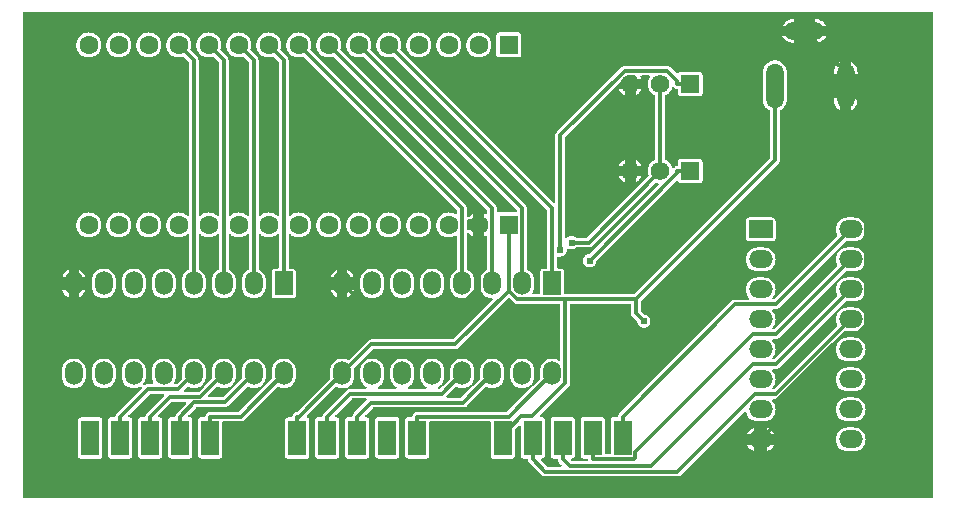
<source format=gbl>
G04 Layer: BottomLayer*
G04 EasyEDA v6.5.22, 2023-03-31 14:54:23*
G04 d3f0f356f32e465d957ef3f0493f5931,4db1f7442a1f4f30bb2da465e00f2567,10*
G04 Gerber Generator version 0.2*
G04 Scale: 100 percent, Rotated: No, Reflected: No *
G04 Dimensions in millimeters *
G04 leading zeros omitted , absolute positions ,4 integer and 5 decimal *
%FSLAX45Y45*%
%MOMM*%

%ADD10C,0.3000*%
%ADD11R,1.5240X3.0000*%
%ADD12O,1.499997X3.7999924*%
%ADD13O,3.3999932X1.499997*%
%ADD14R,1.5748X1.5748*%
%ADD15C,1.5748*%
%ADD16R,1.6000X1.6000*%
%ADD17C,1.6000*%
%ADD18O,1.499997X1.9999959999999999*%
%ADD19R,1.5000X2.0000*%
%ADD20O,1.9999959999999999X1.499997*%
%ADD21R,2.0000X1.5000*%
%ADD22C,0.6100*%
%ADD23C,0.0169*%

%LPD*%
G36*
X7503668Y8280908D02*
G01*
X7499756Y8281670D01*
X7496505Y8283905D01*
X7494270Y8287156D01*
X7493508Y8291068D01*
X7493508Y12384532D01*
X7494270Y12388443D01*
X7496505Y12391694D01*
X7499756Y12393930D01*
X7503668Y12394692D01*
X15189707Y12394692D01*
X15193619Y12393930D01*
X15196870Y12391694D01*
X15199106Y12388443D01*
X15199868Y12384532D01*
X15199868Y8291068D01*
X15199106Y8287156D01*
X15196870Y8283905D01*
X15193619Y8281670D01*
X15189707Y8280908D01*
G37*

%LPC*%
G36*
X11916664Y8462822D02*
G01*
X13036448Y8462822D01*
X13044881Y8463686D01*
X13052552Y8465972D01*
X13059613Y8469782D01*
X13066217Y8475167D01*
X13601496Y9010446D01*
X13605154Y9012783D01*
X13609472Y9013393D01*
X13613638Y9012123D01*
X13616889Y9009227D01*
X13618616Y9005214D01*
X13618972Y9003588D01*
X13623188Y8991092D01*
X13629030Y8979255D01*
X13636345Y8968282D01*
X13645083Y8958376D01*
X13654989Y8949639D01*
X13665962Y8942324D01*
X13677798Y8936482D01*
X13690295Y8932265D01*
X13703249Y8929674D01*
X13716711Y8928811D01*
X13766088Y8928811D01*
X13779550Y8929674D01*
X13792504Y8932265D01*
X13805001Y8936482D01*
X13816838Y8942324D01*
X13827810Y8949639D01*
X13837716Y8958376D01*
X13846454Y8968282D01*
X13853769Y8979255D01*
X13859611Y8991092D01*
X13863828Y9003588D01*
X13866418Y9016542D01*
X13867282Y9029700D01*
X13866418Y9042857D01*
X13863828Y9055811D01*
X13859611Y9068308D01*
X13853769Y9080144D01*
X13846454Y9091117D01*
X13839596Y9098940D01*
X13837615Y9102242D01*
X13837056Y9106052D01*
X13837970Y9109811D01*
X13840206Y9112961D01*
X13843457Y9115044D01*
X13847216Y9115806D01*
X13867892Y9115806D01*
X13876375Y9116618D01*
X13884046Y9118955D01*
X13891107Y9122714D01*
X13897660Y9128150D01*
X14390573Y9621012D01*
X14393316Y9622790D01*
X14395094Y9625533D01*
X14458238Y9688677D01*
X14461845Y9691014D01*
X14466062Y9691624D01*
X14478711Y9690811D01*
X14528088Y9690811D01*
X14541550Y9691674D01*
X14554504Y9694265D01*
X14567001Y9698482D01*
X14578838Y9704324D01*
X14589810Y9711639D01*
X14599716Y9720376D01*
X14608454Y9730282D01*
X14615769Y9741255D01*
X14621611Y9753092D01*
X14625828Y9765588D01*
X14628418Y9778542D01*
X14629282Y9791700D01*
X14628418Y9804857D01*
X14625828Y9817811D01*
X14621611Y9830308D01*
X14615769Y9842144D01*
X14608454Y9853117D01*
X14599716Y9863023D01*
X14589810Y9871760D01*
X14578838Y9879076D01*
X14567001Y9884918D01*
X14554504Y9889134D01*
X14541550Y9891725D01*
X14528088Y9892588D01*
X14478711Y9892588D01*
X14465249Y9891725D01*
X14452295Y9889134D01*
X14439798Y9884918D01*
X14427962Y9879076D01*
X14416989Y9871760D01*
X14408962Y9864699D01*
X14406676Y9863429D01*
X14405406Y9861143D01*
X14398345Y9853117D01*
X14391030Y9842144D01*
X14385188Y9830308D01*
X14380972Y9817811D01*
X14378381Y9804857D01*
X14377517Y9791700D01*
X14378381Y9778542D01*
X14380972Y9765588D01*
X14385188Y9753092D01*
X14389150Y9745065D01*
X14390217Y9741001D01*
X14389506Y9736886D01*
X14387220Y9733381D01*
X13854430Y9200591D01*
X13850670Y9198203D01*
X13846251Y9197644D01*
X13842034Y9199016D01*
X13838834Y9202064D01*
X13837208Y9206179D01*
X13837462Y9210598D01*
X13839596Y9214459D01*
X13846454Y9222282D01*
X13853769Y9233255D01*
X13859611Y9245092D01*
X13863828Y9257588D01*
X13866418Y9270542D01*
X13867282Y9283700D01*
X13866418Y9296857D01*
X13863828Y9309811D01*
X13859611Y9322308D01*
X13853769Y9334144D01*
X13846454Y9345117D01*
X13839596Y9352940D01*
X13837615Y9356242D01*
X13837056Y9360052D01*
X13837970Y9363811D01*
X13840206Y9366961D01*
X13843457Y9369044D01*
X13847216Y9369806D01*
X13867892Y9369806D01*
X13876375Y9370618D01*
X13884046Y9372955D01*
X13891107Y9376714D01*
X13897660Y9382150D01*
X14390573Y9875012D01*
X14393316Y9876790D01*
X14395094Y9879533D01*
X14458238Y9942677D01*
X14461845Y9945014D01*
X14466062Y9945624D01*
X14478711Y9944811D01*
X14528088Y9944811D01*
X14541550Y9945674D01*
X14554504Y9948265D01*
X14567001Y9952482D01*
X14578838Y9958324D01*
X14589810Y9965639D01*
X14599716Y9974376D01*
X14608454Y9984282D01*
X14615769Y9995255D01*
X14621611Y10007092D01*
X14625828Y10019588D01*
X14628418Y10032542D01*
X14629282Y10045700D01*
X14628418Y10058857D01*
X14625828Y10071811D01*
X14621611Y10084308D01*
X14615769Y10096144D01*
X14608454Y10107117D01*
X14599716Y10117023D01*
X14589810Y10125760D01*
X14578838Y10133076D01*
X14567001Y10138918D01*
X14554504Y10143134D01*
X14541550Y10145725D01*
X14528088Y10146588D01*
X14478711Y10146588D01*
X14465249Y10145725D01*
X14452295Y10143134D01*
X14439798Y10138918D01*
X14427962Y10133076D01*
X14416989Y10125760D01*
X14408962Y10118699D01*
X14406676Y10117429D01*
X14405406Y10115143D01*
X14398345Y10107117D01*
X14391030Y10096144D01*
X14385188Y10084308D01*
X14380972Y10071811D01*
X14378381Y10058857D01*
X14377517Y10045700D01*
X14378381Y10032542D01*
X14380972Y10019588D01*
X14385188Y10007092D01*
X14389150Y9999065D01*
X14390217Y9995001D01*
X14389506Y9990886D01*
X14387220Y9987381D01*
X13854430Y9454591D01*
X13850670Y9452203D01*
X13846251Y9451644D01*
X13842034Y9453016D01*
X13838834Y9456064D01*
X13837208Y9460179D01*
X13837462Y9464598D01*
X13839596Y9468459D01*
X13846454Y9476282D01*
X13853769Y9487255D01*
X13859611Y9499092D01*
X13863828Y9511588D01*
X13866418Y9524542D01*
X13867282Y9537700D01*
X13866418Y9550857D01*
X13863828Y9563811D01*
X13859611Y9576308D01*
X13853769Y9588144D01*
X13846454Y9599117D01*
X13839596Y9606940D01*
X13837615Y9610242D01*
X13837056Y9614052D01*
X13837970Y9617811D01*
X13840206Y9620961D01*
X13843457Y9623044D01*
X13847216Y9623806D01*
X13867892Y9623806D01*
X13876375Y9624618D01*
X13884046Y9626955D01*
X13891107Y9630714D01*
X13897660Y9636150D01*
X14390573Y10129012D01*
X14393316Y10130790D01*
X14395094Y10133533D01*
X14458238Y10196677D01*
X14461845Y10199014D01*
X14466062Y10199624D01*
X14478711Y10198811D01*
X14528088Y10198811D01*
X14541550Y10199674D01*
X14554504Y10202265D01*
X14567001Y10206482D01*
X14578838Y10212324D01*
X14589810Y10219639D01*
X14599716Y10228376D01*
X14608454Y10238282D01*
X14615769Y10249255D01*
X14621611Y10261092D01*
X14625828Y10273588D01*
X14628418Y10286542D01*
X14629282Y10299700D01*
X14628418Y10312857D01*
X14625828Y10325811D01*
X14621611Y10338308D01*
X14615769Y10350144D01*
X14608454Y10361117D01*
X14599716Y10371023D01*
X14589810Y10379760D01*
X14578838Y10387076D01*
X14567001Y10392918D01*
X14554504Y10397134D01*
X14541550Y10399725D01*
X14528088Y10400588D01*
X14478711Y10400588D01*
X14465249Y10399725D01*
X14452295Y10397134D01*
X14439798Y10392918D01*
X14427962Y10387076D01*
X14416989Y10379760D01*
X14408962Y10372699D01*
X14406676Y10371429D01*
X14405406Y10369143D01*
X14398345Y10361117D01*
X14391030Y10350144D01*
X14385188Y10338308D01*
X14380972Y10325811D01*
X14378381Y10312857D01*
X14377517Y10299700D01*
X14378381Y10286542D01*
X14380972Y10273588D01*
X14385188Y10261092D01*
X14389150Y10253065D01*
X14390217Y10249001D01*
X14389506Y10244886D01*
X14387220Y10241381D01*
X13854430Y9708591D01*
X13850670Y9706203D01*
X13846251Y9705644D01*
X13842034Y9707016D01*
X13838834Y9710064D01*
X13837208Y9714179D01*
X13837462Y9718598D01*
X13839596Y9722459D01*
X13846454Y9730282D01*
X13853769Y9741255D01*
X13859611Y9753092D01*
X13863828Y9765588D01*
X13866418Y9778542D01*
X13867282Y9791700D01*
X13866418Y9804857D01*
X13863828Y9817811D01*
X13859611Y9830308D01*
X13853769Y9842144D01*
X13846454Y9853117D01*
X13839596Y9860940D01*
X13837615Y9864242D01*
X13837056Y9868052D01*
X13837970Y9871811D01*
X13840206Y9874961D01*
X13843457Y9877044D01*
X13847216Y9877806D01*
X13867892Y9877806D01*
X13876375Y9878618D01*
X13884046Y9880955D01*
X13891107Y9884714D01*
X13897660Y9890150D01*
X14390573Y10383012D01*
X14393316Y10384790D01*
X14395094Y10387533D01*
X14458238Y10450677D01*
X14461845Y10453014D01*
X14466062Y10453624D01*
X14478711Y10452811D01*
X14528088Y10452811D01*
X14541550Y10453674D01*
X14554504Y10456265D01*
X14567001Y10460482D01*
X14578838Y10466324D01*
X14589810Y10473639D01*
X14599716Y10482376D01*
X14608454Y10492282D01*
X14615769Y10503255D01*
X14621611Y10515092D01*
X14625828Y10527588D01*
X14628418Y10540542D01*
X14629282Y10553700D01*
X14628418Y10566857D01*
X14625828Y10579811D01*
X14621611Y10592308D01*
X14615769Y10604144D01*
X14608454Y10615117D01*
X14599716Y10625023D01*
X14589810Y10633760D01*
X14578838Y10641076D01*
X14567001Y10646918D01*
X14554504Y10651134D01*
X14541550Y10653725D01*
X14528088Y10654588D01*
X14478711Y10654588D01*
X14465249Y10653725D01*
X14452295Y10651134D01*
X14439798Y10646918D01*
X14427962Y10641076D01*
X14416989Y10633760D01*
X14407083Y10625023D01*
X14398345Y10615117D01*
X14391030Y10604144D01*
X14385188Y10592308D01*
X14380972Y10579811D01*
X14378381Y10566857D01*
X14377517Y10553700D01*
X14378381Y10540542D01*
X14380972Y10527588D01*
X14385188Y10515092D01*
X14389150Y10507065D01*
X14390217Y10503001D01*
X14389506Y10498886D01*
X14387220Y10495381D01*
X13854430Y9962591D01*
X13850670Y9960203D01*
X13846301Y9959644D01*
X13842085Y9961016D01*
X13838834Y9964013D01*
X13837208Y9968128D01*
X13837462Y9972548D01*
X13839596Y9976459D01*
X13846454Y9984282D01*
X13853769Y9995255D01*
X13859611Y10007092D01*
X13863828Y10019588D01*
X13866418Y10032542D01*
X13867282Y10045700D01*
X13866418Y10058857D01*
X13863828Y10071811D01*
X13859611Y10084308D01*
X13853769Y10096144D01*
X13846454Y10107117D01*
X13837716Y10117023D01*
X13827810Y10125760D01*
X13816838Y10133076D01*
X13805001Y10138918D01*
X13792504Y10143134D01*
X13779550Y10145725D01*
X13766088Y10146588D01*
X13716711Y10146588D01*
X13703249Y10145725D01*
X13690295Y10143134D01*
X13677798Y10138918D01*
X13665962Y10133076D01*
X13654989Y10125760D01*
X13645083Y10117023D01*
X13636345Y10107117D01*
X13629030Y10096144D01*
X13623188Y10084308D01*
X13618972Y10071811D01*
X13616381Y10058857D01*
X13615517Y10045700D01*
X13616381Y10032542D01*
X13618972Y10019588D01*
X13623188Y10007092D01*
X13629030Y9995255D01*
X13636345Y9984282D01*
X13643203Y9976459D01*
X13645184Y9973157D01*
X13645743Y9969347D01*
X13644829Y9965588D01*
X13642594Y9962438D01*
X13639342Y9960356D01*
X13635583Y9959594D01*
X13522553Y9959594D01*
X13514120Y9958781D01*
X13506450Y9956444D01*
X13499388Y9952685D01*
X13492784Y9947249D01*
X12544450Y8998915D01*
X12539014Y8992311D01*
X12535255Y8985250D01*
X12532918Y8977579D01*
X12532614Y8974480D01*
X12531598Y8970924D01*
X12529312Y8967927D01*
X12526162Y8965996D01*
X12522504Y8965285D01*
X12497358Y8965285D01*
X12491059Y8964574D01*
X12485573Y8962694D01*
X12480696Y8959596D01*
X12476581Y8955532D01*
X12473533Y8950604D01*
X12471603Y8945168D01*
X12470892Y8938818D01*
X12470892Y8660079D01*
X12470130Y8656167D01*
X12467894Y8652865D01*
X12464643Y8650681D01*
X12460732Y8649919D01*
X12431268Y8649919D01*
X12427356Y8650681D01*
X12424105Y8652865D01*
X12421870Y8656167D01*
X12421108Y8660079D01*
X12421108Y8938818D01*
X12420396Y8945168D01*
X12418466Y8950604D01*
X12415418Y8955532D01*
X12411303Y8959596D01*
X12406426Y8962694D01*
X12400940Y8964574D01*
X12394641Y8965285D01*
X12243358Y8965285D01*
X12237059Y8964574D01*
X12231573Y8962694D01*
X12226696Y8959596D01*
X12222581Y8955532D01*
X12219533Y8950604D01*
X12217603Y8945168D01*
X12216892Y8938818D01*
X12216892Y8639962D01*
X12217603Y8633663D01*
X12219533Y8628176D01*
X12222581Y8623300D01*
X12226696Y8619185D01*
X12231573Y8616137D01*
X12237059Y8614206D01*
X12243358Y8613495D01*
X12268504Y8613495D01*
X12272162Y8612835D01*
X12275312Y8610854D01*
X12277598Y8607907D01*
X12278614Y8604351D01*
X12278817Y8602268D01*
X12278360Y8598103D01*
X12276226Y8594445D01*
X12272822Y8591956D01*
X12268708Y8591092D01*
X12144857Y8591092D01*
X12140996Y8591854D01*
X12137694Y8594090D01*
X12135459Y8596325D01*
X12133326Y8599474D01*
X12132462Y8603132D01*
X12133021Y8606891D01*
X12134951Y8610142D01*
X12137898Y8612479D01*
X12141504Y8613597D01*
X12146686Y8614206D01*
X12152172Y8616086D01*
X12157049Y8619185D01*
X12161164Y8623300D01*
X12164212Y8628176D01*
X12166142Y8633663D01*
X12166854Y8639962D01*
X12166854Y8938818D01*
X12166142Y8945168D01*
X12164212Y8950604D01*
X12161164Y8955481D01*
X12157049Y8959596D01*
X12152172Y8962694D01*
X12146686Y8964574D01*
X12140387Y8965285D01*
X11989104Y8965285D01*
X11982805Y8964574D01*
X11977319Y8962694D01*
X11972442Y8959596D01*
X11968327Y8955481D01*
X11965279Y8950604D01*
X11963349Y8945168D01*
X11962638Y8938818D01*
X11962638Y8639962D01*
X11963349Y8633663D01*
X11965279Y8628176D01*
X11968327Y8623300D01*
X11972442Y8619185D01*
X11977319Y8616086D01*
X11982805Y8614206D01*
X11989104Y8613495D01*
X12014250Y8613495D01*
X12017908Y8612784D01*
X12021058Y8610854D01*
X12023344Y8607907D01*
X12024360Y8604300D01*
X12024664Y8601202D01*
X12027001Y8593531D01*
X12030760Y8586470D01*
X12036196Y8579916D01*
X12054078Y8561984D01*
X12056262Y8558682D01*
X12057075Y8554821D01*
X12056262Y8550910D01*
X12054078Y8547608D01*
X12050776Y8545423D01*
X12046915Y8544661D01*
X11937339Y8544661D01*
X11933428Y8545423D01*
X11930126Y8547608D01*
X11881459Y8596325D01*
X11879326Y8599474D01*
X11878462Y8603132D01*
X11879021Y8606891D01*
X11880951Y8610142D01*
X11883898Y8612479D01*
X11887504Y8613597D01*
X11892686Y8614206D01*
X11898172Y8616086D01*
X11903049Y8619185D01*
X11907164Y8623300D01*
X11910212Y8628176D01*
X11912142Y8633663D01*
X11912854Y8639962D01*
X11912854Y8938818D01*
X11912142Y8945168D01*
X11910212Y8950604D01*
X11907164Y8955481D01*
X11903049Y8959596D01*
X11898172Y8962694D01*
X11892686Y8964574D01*
X11886387Y8965285D01*
X11879986Y8965285D01*
X11876074Y8966098D01*
X11872823Y8968282D01*
X11870588Y8971584D01*
X11869826Y8975445D01*
X11870588Y8979357D01*
X11872823Y8982659D01*
X12114631Y9224467D01*
X12120016Y9231071D01*
X12123826Y9238132D01*
X12126112Y9245803D01*
X12126976Y9254236D01*
X12126976Y9911232D01*
X12127738Y9915144D01*
X12129922Y9918446D01*
X12133224Y9920630D01*
X12137136Y9921392D01*
X12632131Y9921392D01*
X12636042Y9920630D01*
X12639344Y9918446D01*
X12641529Y9915144D01*
X12642291Y9911232D01*
X12642291Y9846310D01*
X12643154Y9837826D01*
X12645440Y9830155D01*
X12649250Y9823094D01*
X12654635Y9816541D01*
X12692786Y9778390D01*
X12694818Y9775494D01*
X12695732Y9772091D01*
X12696088Y9767620D01*
X12698628Y9758121D01*
X12702794Y9749231D01*
X12708432Y9741154D01*
X12715392Y9734194D01*
X12723418Y9728606D01*
X12732308Y9724440D01*
X12741808Y9721900D01*
X12751612Y9721037D01*
X12761417Y9721900D01*
X12770916Y9724440D01*
X12779806Y9728606D01*
X12787833Y9734194D01*
X12794792Y9741154D01*
X12800431Y9749231D01*
X12804597Y9758121D01*
X12807137Y9767620D01*
X12808000Y9777374D01*
X12807137Y9787178D01*
X12804597Y9796678D01*
X12800431Y9805568D01*
X12794792Y9813645D01*
X12787833Y9820605D01*
X12779806Y9826193D01*
X12770916Y9830358D01*
X12761417Y9832898D01*
X12756946Y9833305D01*
X12753492Y9834219D01*
X12750647Y9836251D01*
X12727076Y9859772D01*
X12724892Y9863074D01*
X12724130Y9866934D01*
X12724130Y9941153D01*
X12724892Y9945065D01*
X12727076Y9948367D01*
X13889075Y11110366D01*
X13894511Y11116919D01*
X13898270Y11123980D01*
X13900607Y11131651D01*
X13901419Y11140135D01*
X13901419Y11555628D01*
X13902131Y11559286D01*
X13904112Y11562486D01*
X13907109Y11564721D01*
X13910868Y11566601D01*
X13921841Y11573916D01*
X13931798Y11582603D01*
X13940485Y11592560D01*
X13947800Y11603532D01*
X13953642Y11615369D01*
X13957909Y11627866D01*
X13960449Y11640820D01*
X13961363Y11654282D01*
X13961363Y11883644D01*
X13960449Y11897106D01*
X13957909Y11910060D01*
X13953642Y11922556D01*
X13947800Y11934393D01*
X13940485Y11945366D01*
X13931798Y11955322D01*
X13921841Y11964009D01*
X13910868Y11971324D01*
X13899032Y11977166D01*
X13886586Y11981434D01*
X13873632Y11983974D01*
X13860475Y11984837D01*
X13847267Y11983974D01*
X13834363Y11981434D01*
X13821867Y11977166D01*
X13810030Y11971324D01*
X13799057Y11964009D01*
X13789101Y11955322D01*
X13780414Y11945366D01*
X13773099Y11934393D01*
X13767257Y11922556D01*
X13762990Y11910060D01*
X13760450Y11897106D01*
X13759535Y11883644D01*
X13759535Y11654282D01*
X13760450Y11640820D01*
X13762990Y11627866D01*
X13767257Y11615369D01*
X13773099Y11603532D01*
X13780414Y11592560D01*
X13789101Y11582603D01*
X13799057Y11573916D01*
X13810030Y11566601D01*
X13813942Y11564670D01*
X13816939Y11562384D01*
X13818920Y11559235D01*
X13819632Y11555526D01*
X13819632Y11160760D01*
X13818869Y11156899D01*
X13816634Y11153597D01*
X12669266Y10006177D01*
X12665964Y10003993D01*
X12662052Y10003231D01*
X12087148Y10003231D01*
X12083288Y10003993D01*
X12079986Y10006177D01*
X12077801Y10009479D01*
X12076988Y10013391D01*
X12076988Y10195915D01*
X12076277Y10202265D01*
X12074398Y10207701D01*
X12071299Y10212628D01*
X12067235Y10216692D01*
X12062307Y10219791D01*
X12056872Y10221671D01*
X12050522Y10222382D01*
X12027154Y10222382D01*
X12023293Y10223195D01*
X12019991Y10225379D01*
X12017806Y10228681D01*
X12016994Y10232542D01*
X12016994Y10315854D01*
X12017705Y10319512D01*
X12019635Y10322661D01*
X12022531Y10324896D01*
X12026087Y10325963D01*
X12029795Y10325658D01*
X12032335Y10324998D01*
X12042140Y10324134D01*
X12051944Y10324998D01*
X12061444Y10327538D01*
X12070334Y10331704D01*
X12078360Y10337292D01*
X12085320Y10344251D01*
X12090958Y10352328D01*
X12095124Y10361218D01*
X12097664Y10370718D01*
X12098528Y10380472D01*
X12098223Y10383977D01*
X12098731Y10388193D01*
X12100915Y10391800D01*
X12104370Y10394238D01*
X12108484Y10395051D01*
X12112599Y10394086D01*
X12122150Y10389616D01*
X12131649Y10387076D01*
X12141454Y10386212D01*
X12151258Y10387076D01*
X12160758Y10389616D01*
X12169648Y10393781D01*
X12178334Y10399877D01*
X12181078Y10401198D01*
X12184126Y10401706D01*
X12283592Y10401706D01*
X12292076Y10402519D01*
X12299746Y10404856D01*
X12306808Y10408615D01*
X12313361Y10414050D01*
X12846913Y10947552D01*
X12850012Y10949686D01*
X12853670Y10950549D01*
X12857378Y10949990D01*
X12863423Y10947958D01*
X12870230Y10946587D01*
X12874193Y10944860D01*
X12877088Y10941608D01*
X12878358Y10937443D01*
X12877749Y10933125D01*
X12875412Y10929416D01*
X12294717Y10348772D01*
X12291872Y10346740D01*
X12288418Y10345826D01*
X12283948Y10345420D01*
X12274448Y10342880D01*
X12265558Y10338714D01*
X12257532Y10333126D01*
X12250572Y10326166D01*
X12244933Y10318089D01*
X12240768Y10309199D01*
X12238228Y10299700D01*
X12237364Y10289895D01*
X12238228Y10280142D01*
X12240768Y10270642D01*
X12244933Y10261752D01*
X12250572Y10253675D01*
X12257532Y10246715D01*
X12265558Y10241127D01*
X12274448Y10236962D01*
X12283948Y10234422D01*
X12293752Y10233558D01*
X12303556Y10234422D01*
X12313056Y10236962D01*
X12321946Y10241127D01*
X12329972Y10246715D01*
X12336932Y10253675D01*
X12342571Y10261752D01*
X12346736Y10270642D01*
X12349276Y10280142D01*
X12349632Y10284612D01*
X12350546Y10288016D01*
X12352578Y10290911D01*
X13025424Y10963706D01*
X13028828Y10965942D01*
X13032841Y10966704D01*
X13036804Y10965789D01*
X13040106Y10963402D01*
X13042493Y10959033D01*
X13045541Y10954156D01*
X13049656Y10950041D01*
X13054533Y10946993D01*
X13060019Y10945063D01*
X13066318Y10944352D01*
X13222681Y10944352D01*
X13228980Y10945063D01*
X13234466Y10946993D01*
X13239343Y10950041D01*
X13243458Y10954156D01*
X13246506Y10959033D01*
X13248436Y10964519D01*
X13249148Y10970818D01*
X13249148Y11127181D01*
X13248436Y11133480D01*
X13246506Y11138966D01*
X13243458Y11143843D01*
X13239343Y11147958D01*
X13234466Y11151006D01*
X13228980Y11152936D01*
X13222681Y11153648D01*
X13066318Y11153648D01*
X13060019Y11152936D01*
X13054533Y11151006D01*
X13049656Y11147958D01*
X13045541Y11143843D01*
X13042493Y11138966D01*
X13040563Y11133480D01*
X13039852Y11127181D01*
X13039852Y11099495D01*
X13039191Y11095837D01*
X13037210Y11092688D01*
X13034263Y11090402D01*
X13030708Y11089386D01*
X13027558Y11089081D01*
X13019887Y11086744D01*
X13012877Y11082985D01*
X13005765Y11077092D01*
X13002310Y11075263D01*
X12998450Y11074806D01*
X12994690Y11075873D01*
X12991592Y11078260D01*
X12989661Y11081664D01*
X12987172Y11089030D01*
X12981127Y11101324D01*
X12973507Y11112703D01*
X12964464Y11122964D01*
X12954203Y11132007D01*
X12942824Y11139627D01*
X12937083Y11142421D01*
X12934086Y11144707D01*
X12932105Y11147856D01*
X12931394Y11151565D01*
X12931394Y11683034D01*
X12932105Y11686743D01*
X12934086Y11689892D01*
X12937083Y11692178D01*
X12942824Y11694972D01*
X12954203Y11702592D01*
X12964464Y11711635D01*
X12973507Y11721896D01*
X12981127Y11733276D01*
X12987172Y11745569D01*
X12989661Y11752935D01*
X12991592Y11756339D01*
X12994690Y11758726D01*
X12998450Y11759793D01*
X13002310Y11759336D01*
X13005765Y11757507D01*
X13012877Y11751614D01*
X13019887Y11747855D01*
X13027558Y11745518D01*
X13030708Y11745214D01*
X13034263Y11744198D01*
X13037210Y11741912D01*
X13039191Y11738762D01*
X13039852Y11735104D01*
X13039852Y11707418D01*
X13040563Y11701119D01*
X13042493Y11695633D01*
X13045541Y11690756D01*
X13049656Y11686641D01*
X13054533Y11683593D01*
X13060019Y11681663D01*
X13066318Y11680952D01*
X13222681Y11680952D01*
X13228980Y11681663D01*
X13234466Y11683593D01*
X13239343Y11686641D01*
X13243458Y11690756D01*
X13246506Y11695633D01*
X13248436Y11701119D01*
X13249148Y11707418D01*
X13249148Y11863781D01*
X13248436Y11870080D01*
X13246506Y11875566D01*
X13243458Y11880443D01*
X13239343Y11884558D01*
X13234466Y11887606D01*
X13228980Y11889536D01*
X13222681Y11890248D01*
X13066318Y11890248D01*
X13060019Y11889536D01*
X13054533Y11887606D01*
X13049656Y11884558D01*
X13045541Y11880443D01*
X13042239Y11876430D01*
X13039039Y11874754D01*
X13035432Y11874347D01*
X13031876Y11875262D01*
X13028930Y11877294D01*
X12979095Y11927078D01*
X12972542Y11932513D01*
X12965480Y11936272D01*
X12957810Y11938609D01*
X12949326Y11939422D01*
X12590373Y11939422D01*
X12581890Y11938609D01*
X12574219Y11936272D01*
X12567158Y11932513D01*
X12560604Y11927078D01*
X12013590Y11380063D01*
X12008154Y11373510D01*
X12004395Y11366449D01*
X12002058Y11358778D01*
X12001246Y11350294D01*
X12001246Y10788751D01*
X12000484Y10784840D01*
X11998248Y10781588D01*
X11994946Y10779353D01*
X11991086Y10778591D01*
X11987174Y10779353D01*
X11983872Y10781588D01*
X10694263Y12071146D01*
X10692180Y12074245D01*
X10691317Y12077903D01*
X10691825Y12081611D01*
X10694111Y12088368D01*
X10696854Y12101931D01*
X10697718Y12115749D01*
X10696854Y12129566D01*
X10694111Y12143181D01*
X10689691Y12156287D01*
X10683544Y12168682D01*
X10675874Y12180214D01*
X10666730Y12190628D01*
X10656316Y12199772D01*
X10644784Y12207443D01*
X10632389Y12213590D01*
X10619232Y12218009D01*
X10605668Y12220752D01*
X10591850Y12221616D01*
X10578033Y12220752D01*
X10564469Y12218009D01*
X10551312Y12213590D01*
X10538917Y12207443D01*
X10527385Y12199772D01*
X10516971Y12190628D01*
X10507827Y12180214D01*
X10500156Y12168682D01*
X10494010Y12156287D01*
X10489590Y12143181D01*
X10486847Y12129566D01*
X10485983Y12115749D01*
X10486847Y12101931D01*
X10489590Y12088368D01*
X10494010Y12075210D01*
X10500156Y12062815D01*
X10507827Y12051284D01*
X10516971Y12040870D01*
X10527385Y12031726D01*
X10538917Y12024055D01*
X10551312Y12017908D01*
X10564469Y12013488D01*
X10578033Y12010796D01*
X10591850Y12009882D01*
X10605668Y12010796D01*
X10619232Y12013488D01*
X10625988Y12015774D01*
X10629696Y12016282D01*
X10633354Y12015419D01*
X10636402Y12013336D01*
X11932208Y10717530D01*
X11934444Y10714228D01*
X11935206Y10710367D01*
X11935206Y10232542D01*
X11934444Y10228681D01*
X11932208Y10225379D01*
X11928906Y10223195D01*
X11925046Y10222382D01*
X11901678Y10222382D01*
X11895328Y10221671D01*
X11889892Y10219791D01*
X11884964Y10216692D01*
X11880900Y10212628D01*
X11877802Y10207701D01*
X11875922Y10202265D01*
X11875211Y10195915D01*
X11875211Y10013391D01*
X11874398Y10009479D01*
X11872214Y10006177D01*
X11868912Y10003993D01*
X11865051Y10003231D01*
X11816537Y10003231D01*
X11812320Y10004145D01*
X11808815Y10006787D01*
X11806783Y10010597D01*
X11806529Y10014966D01*
X11808104Y10019030D01*
X11809476Y10021062D01*
X11815318Y10032898D01*
X11819534Y10045395D01*
X11822125Y10058349D01*
X11822988Y10071811D01*
X11822988Y10121188D01*
X11822125Y10134650D01*
X11819534Y10147604D01*
X11815318Y10160101D01*
X11809476Y10171938D01*
X11802160Y10182910D01*
X11793423Y10192816D01*
X11783517Y10201554D01*
X11772544Y10208869D01*
X11768683Y10210800D01*
X11765686Y10213035D01*
X11763705Y10216184D01*
X11762994Y10219893D01*
X11762994Y10730992D01*
X11762181Y10739475D01*
X11759844Y10747146D01*
X11756085Y10754207D01*
X11750649Y10760760D01*
X10440212Y12071197D01*
X10438130Y12074296D01*
X10437266Y12077954D01*
X10437774Y12081662D01*
X10440060Y12088418D01*
X10442803Y12101982D01*
X10443667Y12115800D01*
X10442803Y12129617D01*
X10440060Y12143232D01*
X10435640Y12156338D01*
X10429494Y12168733D01*
X10421823Y12180265D01*
X10412679Y12190679D01*
X10402265Y12199823D01*
X10390733Y12207494D01*
X10378338Y12213640D01*
X10365181Y12218060D01*
X10351617Y12220803D01*
X10337800Y12221667D01*
X10323982Y12220803D01*
X10310418Y12218060D01*
X10297261Y12213640D01*
X10284866Y12207494D01*
X10273334Y12199823D01*
X10262920Y12190679D01*
X10253776Y12180265D01*
X10246106Y12168733D01*
X10239959Y12156338D01*
X10235539Y12143232D01*
X10232796Y12129617D01*
X10231932Y12115800D01*
X10232796Y12101982D01*
X10235539Y12088418D01*
X10239959Y12075261D01*
X10246106Y12062866D01*
X10253776Y12051334D01*
X10262920Y12040920D01*
X10273334Y12031776D01*
X10284866Y12024106D01*
X10297261Y12017959D01*
X10310418Y12013539D01*
X10323982Y12010847D01*
X10337800Y12009932D01*
X10351617Y12010847D01*
X10365181Y12013539D01*
X10371937Y12015825D01*
X10375646Y12016333D01*
X10379303Y12015470D01*
X10382402Y12013387D01*
X11678208Y10717530D01*
X11680444Y10714228D01*
X11681206Y10710367D01*
X11681206Y10707878D01*
X11680444Y10703966D01*
X11678208Y10700664D01*
X11674906Y10698480D01*
X11671046Y10697718D01*
X11528450Y10697718D01*
X11520474Y10696651D01*
X11516207Y10697057D01*
X11512448Y10699140D01*
X11509908Y10702544D01*
X11508994Y10706760D01*
X11508994Y10730992D01*
X11508181Y10739475D01*
X11505844Y10747146D01*
X11502085Y10754207D01*
X11496649Y10760760D01*
X10186263Y12071146D01*
X10184180Y12074245D01*
X10183317Y12077903D01*
X10183825Y12081611D01*
X10186111Y12088368D01*
X10188854Y12101931D01*
X10189718Y12115749D01*
X10188854Y12129566D01*
X10186111Y12143181D01*
X10181691Y12156287D01*
X10175544Y12168682D01*
X10167874Y12180214D01*
X10158730Y12190628D01*
X10148316Y12199772D01*
X10136784Y12207443D01*
X10124389Y12213590D01*
X10111282Y12218009D01*
X10097668Y12220752D01*
X10083850Y12221616D01*
X10070033Y12220752D01*
X10056469Y12218009D01*
X10043312Y12213590D01*
X10030917Y12207443D01*
X10019385Y12199772D01*
X10008971Y12190628D01*
X9999827Y12180214D01*
X9992156Y12168682D01*
X9986010Y12156287D01*
X9981590Y12143181D01*
X9978898Y12129566D01*
X9977983Y12115749D01*
X9978898Y12101931D01*
X9981590Y12088368D01*
X9986010Y12075210D01*
X9992156Y12062815D01*
X9999827Y12051284D01*
X10008971Y12040870D01*
X10019385Y12031726D01*
X10030917Y12024055D01*
X10043312Y12017908D01*
X10056469Y12013488D01*
X10070033Y12010796D01*
X10083850Y12009882D01*
X10097668Y12010796D01*
X10111282Y12013488D01*
X10117988Y12015774D01*
X10121696Y12016282D01*
X10125354Y12015419D01*
X10128402Y12013336D01*
X11424208Y10717530D01*
X11426444Y10714228D01*
X11427206Y10710367D01*
X11427206Y10688828D01*
X11426240Y10684611D01*
X11423650Y10681106D01*
X11419789Y10679074D01*
X11415420Y10678820D01*
X11411407Y10680395D01*
X11406733Y10683494D01*
X11400129Y10686745D01*
X11400129Y10638129D01*
X11417046Y10638129D01*
X11420906Y10637367D01*
X11424208Y10635183D01*
X11426444Y10631881D01*
X11427206Y10627969D01*
X11427206Y10555630D01*
X11426444Y10551718D01*
X11424208Y10548416D01*
X11420906Y10546232D01*
X11417046Y10545470D01*
X11400129Y10545470D01*
X11400129Y10496854D01*
X11406733Y10500106D01*
X11411407Y10503204D01*
X11415420Y10504779D01*
X11419789Y10504525D01*
X11423650Y10502493D01*
X11426240Y10498988D01*
X11427206Y10494772D01*
X11427206Y10219893D01*
X11426494Y10216184D01*
X11424513Y10213035D01*
X11421516Y10210800D01*
X11417655Y10208869D01*
X11406682Y10201554D01*
X11396776Y10192816D01*
X11388039Y10182910D01*
X11380724Y10171938D01*
X11374882Y10160101D01*
X11370665Y10147604D01*
X11368074Y10134650D01*
X11367211Y10121188D01*
X11367211Y10071811D01*
X11368074Y10058349D01*
X11370665Y10045395D01*
X11374882Y10032898D01*
X11380724Y10021062D01*
X11388039Y10010089D01*
X11396776Y10000183D01*
X11406682Y9991445D01*
X11417655Y9984130D01*
X11429492Y9978288D01*
X11441988Y9974072D01*
X11454942Y9971481D01*
X11461445Y9971074D01*
X11465153Y9970058D01*
X11468252Y9967772D01*
X11470284Y9964470D01*
X11470944Y9960711D01*
X11470132Y9956901D01*
X11467947Y9953752D01*
X11139220Y9624974D01*
X11135918Y9622739D01*
X11132007Y9621977D01*
X10445191Y9621977D01*
X10436707Y9621164D01*
X10429036Y9618827D01*
X10421975Y9615068D01*
X10415422Y9609632D01*
X10256418Y9450679D01*
X10252913Y9448393D01*
X10248798Y9447682D01*
X10244734Y9448749D01*
X10236708Y9452711D01*
X10224211Y9456928D01*
X10211257Y9459518D01*
X10198100Y9460382D01*
X10184942Y9459518D01*
X10171988Y9456928D01*
X10159492Y9452711D01*
X10147655Y9446869D01*
X10136682Y9439554D01*
X10126776Y9430816D01*
X10118039Y9420910D01*
X10110724Y9409938D01*
X10104882Y9398101D01*
X10100665Y9385604D01*
X10098074Y9372650D01*
X10097211Y9359188D01*
X10097211Y9309811D01*
X10098024Y9297162D01*
X10097414Y9292945D01*
X10095077Y9289338D01*
X9816490Y9010751D01*
X9813645Y9008719D01*
X9809124Y9007703D01*
X9801453Y9005366D01*
X9794392Y9001607D01*
X9788194Y8996527D01*
X9783114Y8990330D01*
X9779355Y8983268D01*
X9777018Y8975598D01*
X9776714Y8972448D01*
X9775698Y8968892D01*
X9773412Y8965946D01*
X9770262Y8963964D01*
X9766604Y8963304D01*
X9741458Y8963304D01*
X9735159Y8962593D01*
X9729673Y8960662D01*
X9724796Y8957614D01*
X9720681Y8953500D01*
X9717633Y8948623D01*
X9715703Y8943136D01*
X9714992Y8936837D01*
X9714992Y8637981D01*
X9715703Y8631631D01*
X9717633Y8626195D01*
X9720681Y8621268D01*
X9724796Y8617204D01*
X9729673Y8614105D01*
X9735159Y8612174D01*
X9741458Y8611463D01*
X9892741Y8611463D01*
X9899040Y8612174D01*
X9904526Y8614105D01*
X9909403Y8617204D01*
X9913518Y8621268D01*
X9916566Y8626195D01*
X9918496Y8631631D01*
X9919208Y8637981D01*
X9919208Y8936837D01*
X9918496Y8943136D01*
X9916566Y8948623D01*
X9913518Y8953500D01*
X9909403Y8957614D01*
X9904526Y8960662D01*
X9899700Y8963253D01*
X9897313Y8966504D01*
X9896398Y8970518D01*
X9897110Y8974531D01*
X9899345Y8977934D01*
X10139781Y9218320D01*
X10143286Y9220606D01*
X10147401Y9221317D01*
X10151465Y9220250D01*
X10159492Y9216288D01*
X10171988Y9212072D01*
X10184942Y9209481D01*
X10198100Y9208617D01*
X10211257Y9209481D01*
X10224211Y9212072D01*
X10231780Y9214612D01*
X10235742Y9215120D01*
X10239603Y9214053D01*
X10242753Y9211614D01*
X10244734Y9208109D01*
X10245140Y9204096D01*
X10244023Y9200235D01*
X10241483Y9197136D01*
X10236047Y9192666D01*
X10042296Y8998915D01*
X10036860Y8992311D01*
X10033101Y8985250D01*
X10030764Y8977579D01*
X10030460Y8974480D01*
X10029444Y8970873D01*
X10027158Y8967927D01*
X10024008Y8965996D01*
X10020350Y8965285D01*
X9995204Y8965285D01*
X9988905Y8964574D01*
X9983419Y8962694D01*
X9978542Y8959596D01*
X9974427Y8955481D01*
X9971379Y8950604D01*
X9969449Y8945168D01*
X9968738Y8938818D01*
X9968738Y8639962D01*
X9969449Y8633663D01*
X9971379Y8628176D01*
X9974427Y8623300D01*
X9978542Y8619185D01*
X9983419Y8616086D01*
X9988905Y8614206D01*
X9995204Y8613495D01*
X10146487Y8613495D01*
X10152786Y8614206D01*
X10158272Y8616086D01*
X10163149Y8619185D01*
X10167264Y8623300D01*
X10170312Y8628176D01*
X10172242Y8633663D01*
X10172954Y8639962D01*
X10172954Y8938818D01*
X10172242Y8945168D01*
X10170312Y8950604D01*
X10167264Y8955481D01*
X10163149Y8959596D01*
X10158272Y8962694D01*
X10152786Y8964574D01*
X10147554Y8965184D01*
X10143947Y8966301D01*
X10141000Y8968638D01*
X10139121Y8971940D01*
X10138562Y8975648D01*
X10139375Y8979357D01*
X10141508Y8982456D01*
X10279278Y9120225D01*
X10282580Y9122410D01*
X10286441Y9123172D01*
X10396016Y9123172D01*
X10399928Y9122410D01*
X10403179Y9120225D01*
X10405414Y9116923D01*
X10406176Y9113012D01*
X10405414Y9109151D01*
X10403179Y9105849D01*
X10296296Y8998915D01*
X10290860Y8992311D01*
X10287101Y8985250D01*
X10284764Y8977579D01*
X10284460Y8974480D01*
X10283444Y8970873D01*
X10281158Y8967927D01*
X10278008Y8965996D01*
X10274350Y8965285D01*
X10249204Y8965285D01*
X10242905Y8964574D01*
X10237419Y8962694D01*
X10232542Y8959596D01*
X10228427Y8955481D01*
X10225379Y8950604D01*
X10223449Y8945168D01*
X10222738Y8938818D01*
X10222738Y8639962D01*
X10223449Y8633663D01*
X10225379Y8628176D01*
X10228427Y8623300D01*
X10232542Y8619185D01*
X10237419Y8616086D01*
X10242905Y8614206D01*
X10249204Y8613495D01*
X10400487Y8613495D01*
X10406786Y8614206D01*
X10412272Y8616086D01*
X10417149Y8619185D01*
X10421264Y8623300D01*
X10424312Y8628176D01*
X10426242Y8633663D01*
X10426954Y8639962D01*
X10426954Y8938818D01*
X10426242Y8945168D01*
X10424312Y8950604D01*
X10421264Y8955481D01*
X10417149Y8959596D01*
X10412272Y8962694D01*
X10406786Y8964574D01*
X10401554Y8965184D01*
X10397947Y8966301D01*
X10395000Y8968638D01*
X10393121Y8971940D01*
X10392562Y8975648D01*
X10393375Y8979357D01*
X10395508Y8982456D01*
X10457230Y9044178D01*
X10460532Y9046362D01*
X10464393Y9047124D01*
X11221161Y9047124D01*
X11229594Y9047988D01*
X11237264Y9050274D01*
X11244326Y9054084D01*
X11250930Y9059468D01*
X11409781Y9218320D01*
X11413286Y9220606D01*
X11417401Y9221317D01*
X11421465Y9220250D01*
X11429492Y9216288D01*
X11441988Y9212072D01*
X11454942Y9209481D01*
X11468100Y9208617D01*
X11481257Y9209481D01*
X11494211Y9212072D01*
X11506708Y9216288D01*
X11518544Y9222130D01*
X11529517Y9229445D01*
X11539423Y9238183D01*
X11548160Y9248089D01*
X11555476Y9259062D01*
X11561318Y9270898D01*
X11565534Y9283395D01*
X11568125Y9296349D01*
X11568988Y9309811D01*
X11568988Y9359188D01*
X11568125Y9372650D01*
X11565534Y9385604D01*
X11561318Y9398101D01*
X11555476Y9409938D01*
X11548160Y9420910D01*
X11539423Y9430816D01*
X11529517Y9439554D01*
X11518544Y9446869D01*
X11506708Y9452711D01*
X11494211Y9456928D01*
X11481257Y9459518D01*
X11468100Y9460382D01*
X11454942Y9459518D01*
X11441988Y9456928D01*
X11429492Y9452711D01*
X11417655Y9446869D01*
X11406682Y9439554D01*
X11396776Y9430816D01*
X11388039Y9420910D01*
X11380724Y9409938D01*
X11374882Y9398101D01*
X11370665Y9385604D01*
X11368074Y9372650D01*
X11367211Y9359188D01*
X11367211Y9309811D01*
X11368024Y9297162D01*
X11367414Y9292945D01*
X11365077Y9289338D01*
X11301933Y9226194D01*
X11299190Y9224416D01*
X11297412Y9221673D01*
X11207699Y9131909D01*
X11204397Y9129725D01*
X11200485Y9128963D01*
X11090910Y9128963D01*
X11087049Y9129725D01*
X11083747Y9131909D01*
X11081562Y9135211D01*
X11080750Y9139123D01*
X11081562Y9142984D01*
X11083747Y9146286D01*
X11155781Y9218320D01*
X11159286Y9220606D01*
X11163401Y9221317D01*
X11167465Y9220250D01*
X11175492Y9216288D01*
X11187988Y9212072D01*
X11200942Y9209481D01*
X11214100Y9208617D01*
X11227257Y9209481D01*
X11240211Y9212072D01*
X11252708Y9216288D01*
X11264544Y9222130D01*
X11275517Y9229445D01*
X11283543Y9236506D01*
X11285829Y9237776D01*
X11287099Y9240062D01*
X11294160Y9248089D01*
X11301476Y9259062D01*
X11307318Y9270898D01*
X11311534Y9283395D01*
X11314125Y9296349D01*
X11314988Y9309811D01*
X11314988Y9359188D01*
X11314125Y9372650D01*
X11311534Y9385604D01*
X11307318Y9398101D01*
X11301476Y9409938D01*
X11294160Y9420910D01*
X11285423Y9430816D01*
X11275517Y9439554D01*
X11264544Y9446869D01*
X11252708Y9452711D01*
X11240211Y9456928D01*
X11227257Y9459518D01*
X11214100Y9460382D01*
X11200942Y9459518D01*
X11187988Y9456928D01*
X11175492Y9452711D01*
X11163655Y9446869D01*
X11152682Y9439554D01*
X11142776Y9430816D01*
X11134039Y9420910D01*
X11126724Y9409938D01*
X11120882Y9398101D01*
X11116665Y9385604D01*
X11114074Y9372650D01*
X11113211Y9359188D01*
X11113211Y9309811D01*
X11114024Y9297162D01*
X11113414Y9292945D01*
X11111077Y9289338D01*
X11047933Y9226194D01*
X11045190Y9224416D01*
X11043412Y9221673D01*
X11029746Y9207957D01*
X11026444Y9205772D01*
X11022533Y9205010D01*
X11018418Y9205010D01*
X11014202Y9205925D01*
X11010747Y9208465D01*
X11008664Y9212224D01*
X11008309Y9216491D01*
X11009782Y9220504D01*
X11012728Y9223603D01*
X11021517Y9229445D01*
X11029543Y9236506D01*
X11031829Y9237776D01*
X11033099Y9240062D01*
X11040160Y9248089D01*
X11047476Y9259062D01*
X11053318Y9270898D01*
X11057534Y9283395D01*
X11060125Y9296349D01*
X11060988Y9309811D01*
X11060988Y9359188D01*
X11060125Y9372650D01*
X11057534Y9385604D01*
X11053318Y9398101D01*
X11047476Y9409938D01*
X11040160Y9420910D01*
X11031423Y9430816D01*
X11021517Y9439554D01*
X11010544Y9446869D01*
X10998708Y9452711D01*
X10986211Y9456928D01*
X10973257Y9459518D01*
X10960100Y9460382D01*
X10946942Y9459518D01*
X10933988Y9456928D01*
X10921492Y9452711D01*
X10909655Y9446869D01*
X10898682Y9439554D01*
X10888776Y9430816D01*
X10880039Y9420910D01*
X10872724Y9409938D01*
X10866882Y9398101D01*
X10862665Y9385604D01*
X10860074Y9372650D01*
X10859211Y9359188D01*
X10859211Y9309811D01*
X10860074Y9296349D01*
X10862665Y9283395D01*
X10866882Y9270898D01*
X10872724Y9259062D01*
X10880039Y9248089D01*
X10888776Y9238183D01*
X10898682Y9229445D01*
X10907471Y9223603D01*
X10910417Y9220504D01*
X10911890Y9216491D01*
X10911535Y9212224D01*
X10909452Y9208465D01*
X10905998Y9205925D01*
X10901781Y9205010D01*
X10764418Y9205010D01*
X10760202Y9205925D01*
X10756747Y9208465D01*
X10754664Y9212224D01*
X10754309Y9216491D01*
X10755782Y9220504D01*
X10758728Y9223603D01*
X10767517Y9229445D01*
X10777423Y9238183D01*
X10786160Y9248089D01*
X10793476Y9259062D01*
X10799318Y9270898D01*
X10803534Y9283395D01*
X10806125Y9296349D01*
X10806988Y9309811D01*
X10806988Y9359188D01*
X10806125Y9372650D01*
X10803534Y9385604D01*
X10799318Y9398101D01*
X10793476Y9409938D01*
X10786160Y9420910D01*
X10777423Y9430816D01*
X10767517Y9439554D01*
X10756544Y9446869D01*
X10744708Y9452711D01*
X10732211Y9456928D01*
X10719257Y9459518D01*
X10706100Y9460382D01*
X10692942Y9459518D01*
X10679988Y9456928D01*
X10667492Y9452711D01*
X10655655Y9446869D01*
X10644682Y9439554D01*
X10634776Y9430816D01*
X10626039Y9420910D01*
X10618724Y9409938D01*
X10612882Y9398101D01*
X10608665Y9385604D01*
X10606074Y9372650D01*
X10605211Y9359188D01*
X10605211Y9309811D01*
X10606074Y9296349D01*
X10608665Y9283395D01*
X10612882Y9270898D01*
X10618724Y9259062D01*
X10626039Y9248089D01*
X10634776Y9238183D01*
X10644682Y9229445D01*
X10653471Y9223603D01*
X10656417Y9220504D01*
X10657890Y9216491D01*
X10657535Y9212224D01*
X10655452Y9208465D01*
X10651998Y9205925D01*
X10647781Y9205010D01*
X10510418Y9205010D01*
X10506202Y9205925D01*
X10502747Y9208465D01*
X10500664Y9212224D01*
X10500309Y9216491D01*
X10501782Y9220504D01*
X10504728Y9223603D01*
X10513517Y9229445D01*
X10523423Y9238183D01*
X10532160Y9248089D01*
X10539476Y9259062D01*
X10545318Y9270898D01*
X10549534Y9283395D01*
X10552125Y9296349D01*
X10552988Y9309811D01*
X10552988Y9359188D01*
X10552125Y9372650D01*
X10549534Y9385604D01*
X10545318Y9398101D01*
X10539476Y9409938D01*
X10532160Y9420910D01*
X10523423Y9430816D01*
X10513517Y9439554D01*
X10502544Y9446869D01*
X10490708Y9452711D01*
X10478211Y9456928D01*
X10465257Y9459518D01*
X10452100Y9460382D01*
X10438942Y9459518D01*
X10425988Y9456928D01*
X10413492Y9452711D01*
X10401655Y9446869D01*
X10390682Y9439554D01*
X10382656Y9432493D01*
X10380370Y9431223D01*
X10379100Y9428937D01*
X10372039Y9420910D01*
X10364724Y9409938D01*
X10358882Y9398101D01*
X10354665Y9385604D01*
X10352074Y9372650D01*
X10351211Y9359188D01*
X10351211Y9309811D01*
X10352074Y9296349D01*
X10354665Y9283395D01*
X10358882Y9270898D01*
X10364724Y9259062D01*
X10372039Y9248089D01*
X10380776Y9238183D01*
X10390682Y9229445D01*
X10399471Y9223603D01*
X10402417Y9220504D01*
X10403890Y9216491D01*
X10403535Y9212224D01*
X10401452Y9208465D01*
X10397998Y9205925D01*
X10393781Y9205010D01*
X10265816Y9205010D01*
X10253421Y9203842D01*
X10249560Y9205112D01*
X10246461Y9207855D01*
X10244734Y9211564D01*
X10244582Y9215628D01*
X10246055Y9219488D01*
X10248950Y9222384D01*
X10259517Y9229445D01*
X10269423Y9238183D01*
X10278160Y9248089D01*
X10285476Y9259062D01*
X10291318Y9270898D01*
X10295534Y9283395D01*
X10298125Y9296349D01*
X10298988Y9309811D01*
X10298988Y9359188D01*
X10298176Y9371838D01*
X10298785Y9376054D01*
X10301122Y9379661D01*
X10364266Y9442805D01*
X10367010Y9444583D01*
X10368788Y9447326D01*
X10458653Y9537192D01*
X10461955Y9539376D01*
X10465816Y9540189D01*
X11152682Y9540189D01*
X11161115Y9541002D01*
X11168786Y9543338D01*
X11175847Y9547098D01*
X11182451Y9552533D01*
X11600637Y9970668D01*
X11603888Y9972903D01*
X11607800Y9973665D01*
X11611711Y9972903D01*
X11614962Y9970668D01*
X11651945Y9933736D01*
X11658498Y9928352D01*
X11665559Y9924542D01*
X11673230Y9922256D01*
X11681714Y9921392D01*
X12034977Y9921392D01*
X12038888Y9920630D01*
X12042190Y9918446D01*
X12044375Y9915144D01*
X12045137Y9911232D01*
X12045137Y9453422D01*
X12044222Y9449206D01*
X12041581Y9445701D01*
X12037771Y9443669D01*
X12033402Y9443415D01*
X12029338Y9444990D01*
X12026544Y9446869D01*
X12014708Y9452711D01*
X12002211Y9456928D01*
X11989257Y9459518D01*
X11976100Y9460382D01*
X11962942Y9459518D01*
X11949988Y9456928D01*
X11937492Y9452711D01*
X11925655Y9446869D01*
X11914682Y9439554D01*
X11904776Y9430816D01*
X11896039Y9420910D01*
X11888724Y9409938D01*
X11882882Y9398101D01*
X11878665Y9385604D01*
X11876074Y9372650D01*
X11875211Y9359188D01*
X11875211Y9309811D01*
X11876024Y9297162D01*
X11875414Y9292945D01*
X11873077Y9289338D01*
X11809933Y9226194D01*
X11807190Y9224416D01*
X11805412Y9221673D01*
X11597284Y9013494D01*
X11593982Y9011310D01*
X11590070Y9010548D01*
X10833608Y9010548D01*
X10825124Y9009684D01*
X10817453Y9007398D01*
X10810392Y9003588D01*
X10804194Y8998508D01*
X10799114Y8992311D01*
X10795355Y8985250D01*
X10793018Y8977579D01*
X10792714Y8974480D01*
X10791698Y8970924D01*
X10789412Y8967927D01*
X10786262Y8965996D01*
X10782604Y8965285D01*
X10757458Y8965285D01*
X10751159Y8964574D01*
X10745673Y8962694D01*
X10740796Y8959596D01*
X10736681Y8955532D01*
X10733633Y8950604D01*
X10731703Y8945168D01*
X10730992Y8938818D01*
X10730992Y8639962D01*
X10731703Y8633663D01*
X10733633Y8628176D01*
X10736681Y8623300D01*
X10740796Y8619185D01*
X10745673Y8616137D01*
X10751159Y8614206D01*
X10757458Y8613495D01*
X10908741Y8613495D01*
X10915040Y8614206D01*
X10920526Y8616137D01*
X10925403Y8619185D01*
X10929518Y8623300D01*
X10932566Y8628176D01*
X10934496Y8633663D01*
X10935208Y8639962D01*
X10935208Y8918549D01*
X10935970Y8922461D01*
X10938205Y8925763D01*
X10941456Y8927947D01*
X10945368Y8928709D01*
X11444732Y8928709D01*
X11448643Y8927947D01*
X11451894Y8925763D01*
X11454130Y8922461D01*
X11454892Y8918549D01*
X11454892Y8637981D01*
X11455603Y8631631D01*
X11457533Y8626195D01*
X11460581Y8621268D01*
X11464696Y8617204D01*
X11469573Y8614105D01*
X11475059Y8612174D01*
X11481358Y8611463D01*
X11632641Y8611463D01*
X11638940Y8612174D01*
X11644426Y8614105D01*
X11649303Y8617204D01*
X11653418Y8621268D01*
X11656466Y8626195D01*
X11658396Y8631631D01*
X11659108Y8637981D01*
X11659108Y8856776D01*
X11659870Y8860637D01*
X11662105Y8863939D01*
X11691315Y8893149D01*
X11694566Y8895384D01*
X11698478Y8896146D01*
X11702389Y8895384D01*
X11705640Y8893149D01*
X11707876Y8889847D01*
X11708638Y8885986D01*
X11708638Y8639962D01*
X11709349Y8633663D01*
X11711279Y8628176D01*
X11714327Y8623300D01*
X11718442Y8619185D01*
X11723319Y8616086D01*
X11728805Y8614206D01*
X11735104Y8613495D01*
X11760250Y8613495D01*
X11763908Y8612784D01*
X11767058Y8610854D01*
X11769344Y8607907D01*
X11770360Y8604300D01*
X11770664Y8601202D01*
X11773001Y8593531D01*
X11776760Y8586470D01*
X11782196Y8579916D01*
X11886895Y8475167D01*
X11893499Y8469782D01*
X11900560Y8465972D01*
X11908231Y8463686D01*
G37*
G36*
X7988858Y8611463D02*
G01*
X8140141Y8611463D01*
X8146440Y8612174D01*
X8151926Y8614105D01*
X8156803Y8617204D01*
X8160918Y8621268D01*
X8163966Y8626195D01*
X8165896Y8631631D01*
X8166608Y8637981D01*
X8166608Y8936837D01*
X8165896Y8943136D01*
X8163966Y8948623D01*
X8160918Y8953500D01*
X8156803Y8957614D01*
X8151926Y8960662D01*
X8146440Y8962593D01*
X8140141Y8963304D01*
X7988858Y8963304D01*
X7982559Y8962593D01*
X7977073Y8960662D01*
X7972196Y8957614D01*
X7968081Y8953500D01*
X7965033Y8948623D01*
X7963103Y8943136D01*
X7962392Y8936837D01*
X7962392Y8637981D01*
X7963103Y8631631D01*
X7965033Y8626195D01*
X7968081Y8621268D01*
X7972196Y8617204D01*
X7977073Y8614105D01*
X7982559Y8612174D01*
G37*
G36*
X10503458Y8613495D02*
G01*
X10654741Y8613495D01*
X10661040Y8614206D01*
X10666526Y8616137D01*
X10671403Y8619185D01*
X10675518Y8623300D01*
X10678566Y8628176D01*
X10680496Y8633663D01*
X10681208Y8639962D01*
X10681208Y8938818D01*
X10680496Y8945168D01*
X10678566Y8950604D01*
X10675518Y8955532D01*
X10671403Y8959596D01*
X10666526Y8962694D01*
X10661040Y8964574D01*
X10654741Y8965285D01*
X10503458Y8965285D01*
X10497159Y8964574D01*
X10491673Y8962694D01*
X10486796Y8959596D01*
X10482681Y8955532D01*
X10479633Y8950604D01*
X10477703Y8945168D01*
X10476992Y8938818D01*
X10476992Y8639962D01*
X10477703Y8633663D01*
X10479633Y8628176D01*
X10482681Y8623300D01*
X10486796Y8619185D01*
X10491673Y8616137D01*
X10497159Y8614206D01*
G37*
G36*
X9004858Y8613495D02*
G01*
X9156141Y8613495D01*
X9162440Y8614206D01*
X9167926Y8616137D01*
X9172803Y8619185D01*
X9176918Y8623300D01*
X9179966Y8628176D01*
X9181896Y8633663D01*
X9182608Y8639962D01*
X9182608Y8918549D01*
X9183370Y8922461D01*
X9185605Y8925763D01*
X9188856Y8927947D01*
X9192768Y8928709D01*
X9337446Y8928709D01*
X9345879Y8929573D01*
X9353550Y8931859D01*
X9360611Y8935669D01*
X9367215Y8941054D01*
X9644481Y9218320D01*
X9647986Y9220606D01*
X9652101Y9221317D01*
X9656165Y9220250D01*
X9664192Y9216288D01*
X9676688Y9212072D01*
X9689642Y9209481D01*
X9702800Y9208617D01*
X9715957Y9209481D01*
X9728911Y9212072D01*
X9741408Y9216288D01*
X9753244Y9222130D01*
X9764217Y9229445D01*
X9774123Y9238183D01*
X9782860Y9248089D01*
X9790176Y9259062D01*
X9796018Y9270898D01*
X9800234Y9283395D01*
X9802825Y9296349D01*
X9803688Y9309811D01*
X9803688Y9359188D01*
X9802825Y9372650D01*
X9800234Y9385604D01*
X9796018Y9398101D01*
X9790176Y9409938D01*
X9782860Y9420910D01*
X9774123Y9430816D01*
X9764217Y9439554D01*
X9753244Y9446869D01*
X9741408Y9452711D01*
X9728911Y9456928D01*
X9715957Y9459518D01*
X9702800Y9460382D01*
X9689642Y9459518D01*
X9676688Y9456928D01*
X9664192Y9452711D01*
X9652355Y9446869D01*
X9641382Y9439554D01*
X9631476Y9430816D01*
X9622739Y9420910D01*
X9615424Y9409938D01*
X9609582Y9398101D01*
X9605365Y9385604D01*
X9602774Y9372650D01*
X9601911Y9359188D01*
X9601911Y9309811D01*
X9602724Y9297162D01*
X9602114Y9292945D01*
X9599777Y9289338D01*
X9536633Y9226194D01*
X9533890Y9224416D01*
X9532112Y9221673D01*
X9323984Y9013494D01*
X9320682Y9011310D01*
X9316770Y9010548D01*
X9081008Y9010548D01*
X9072524Y9009684D01*
X9064853Y9007398D01*
X9057792Y9003588D01*
X9051594Y8998508D01*
X9046514Y8992311D01*
X9042755Y8985250D01*
X9040418Y8977579D01*
X9040114Y8974480D01*
X9039098Y8970924D01*
X9036812Y8967927D01*
X9033662Y8965996D01*
X9030004Y8965285D01*
X9004858Y8965285D01*
X8998559Y8964574D01*
X8993073Y8962694D01*
X8988196Y8959596D01*
X8984081Y8955532D01*
X8981033Y8950604D01*
X8979103Y8945168D01*
X8978392Y8938818D01*
X8978392Y8639962D01*
X8979103Y8633663D01*
X8981033Y8628176D01*
X8984081Y8623300D01*
X8988196Y8619185D01*
X8993073Y8616137D01*
X8998559Y8614206D01*
G37*
G36*
X8242604Y8613495D02*
G01*
X8393887Y8613495D01*
X8400186Y8614206D01*
X8405672Y8616086D01*
X8410549Y8619185D01*
X8414664Y8623300D01*
X8417712Y8628176D01*
X8419642Y8633663D01*
X8420354Y8639962D01*
X8420354Y8938818D01*
X8419642Y8945168D01*
X8417712Y8950604D01*
X8414664Y8955481D01*
X8410549Y8959596D01*
X8405672Y8962694D01*
X8400186Y8964574D01*
X8394954Y8965184D01*
X8391347Y8966301D01*
X8388400Y8968638D01*
X8386521Y8971940D01*
X8385962Y8975648D01*
X8386775Y8979357D01*
X8388908Y8982456D01*
X8566708Y9160256D01*
X8570010Y9162440D01*
X8573871Y9163202D01*
X8683447Y9163202D01*
X8687358Y9162440D01*
X8690610Y9160256D01*
X8692845Y9156954D01*
X8693607Y9153042D01*
X8692845Y9149181D01*
X8690610Y9145879D01*
X8543696Y8998915D01*
X8538260Y8992311D01*
X8534501Y8985250D01*
X8532164Y8977579D01*
X8531860Y8974480D01*
X8530844Y8970873D01*
X8528558Y8967927D01*
X8525408Y8965996D01*
X8521750Y8965285D01*
X8496604Y8965285D01*
X8490305Y8964574D01*
X8484819Y8962694D01*
X8479942Y8959596D01*
X8475827Y8955481D01*
X8472779Y8950604D01*
X8470849Y8945168D01*
X8470138Y8938818D01*
X8470138Y8639962D01*
X8470849Y8633663D01*
X8472779Y8628176D01*
X8475827Y8623300D01*
X8479942Y8619185D01*
X8484819Y8616086D01*
X8490305Y8614206D01*
X8496604Y8613495D01*
X8647887Y8613495D01*
X8654186Y8614206D01*
X8659672Y8616086D01*
X8664549Y8619185D01*
X8668664Y8623300D01*
X8671712Y8628176D01*
X8673642Y8633663D01*
X8674354Y8639962D01*
X8674354Y8938818D01*
X8673642Y8945168D01*
X8671712Y8950604D01*
X8668664Y8955481D01*
X8664549Y8959596D01*
X8659672Y8962694D01*
X8654186Y8964574D01*
X8648954Y8965184D01*
X8645347Y8966301D01*
X8642400Y8968638D01*
X8640521Y8971940D01*
X8639962Y8975648D01*
X8640775Y8979357D01*
X8642908Y8982456D01*
X8752789Y9092336D01*
X8756091Y9094520D01*
X8760002Y9095333D01*
X8869832Y9095333D01*
X8873693Y9094520D01*
X8876995Y9092336D01*
X8879179Y9089034D01*
X8879992Y9085173D01*
X8879179Y9081262D01*
X8876995Y9077960D01*
X8797950Y8998915D01*
X8792514Y8992311D01*
X8788755Y8985250D01*
X8786418Y8977579D01*
X8786114Y8974480D01*
X8785098Y8970924D01*
X8782812Y8967927D01*
X8779662Y8965996D01*
X8776004Y8965285D01*
X8750858Y8965285D01*
X8744559Y8964574D01*
X8739073Y8962694D01*
X8734196Y8959596D01*
X8730081Y8955532D01*
X8727033Y8950604D01*
X8725103Y8945168D01*
X8724392Y8938818D01*
X8724392Y8639962D01*
X8725103Y8633663D01*
X8727033Y8628176D01*
X8730081Y8623300D01*
X8734196Y8619185D01*
X8739073Y8616137D01*
X8744559Y8614206D01*
X8750858Y8613495D01*
X8902141Y8613495D01*
X8908440Y8614206D01*
X8913926Y8616137D01*
X8918803Y8619185D01*
X8922918Y8623300D01*
X8925966Y8628176D01*
X8927896Y8633663D01*
X8928608Y8639962D01*
X8928608Y8938818D01*
X8927896Y8945168D01*
X8925966Y8950604D01*
X8922918Y8955532D01*
X8918803Y8959596D01*
X8913926Y8962694D01*
X8908440Y8964574D01*
X8903258Y8965184D01*
X8899601Y8966301D01*
X8896654Y8968638D01*
X8894775Y8971940D01*
X8894216Y8975648D01*
X8895080Y8979357D01*
X8897162Y8982456D01*
X8960510Y9045803D01*
X8963812Y9047988D01*
X8967673Y9048750D01*
X9203486Y9048750D01*
X9211919Y9049613D01*
X9219590Y9051899D01*
X9226651Y9055709D01*
X9233255Y9061094D01*
X9390481Y9218320D01*
X9393986Y9220606D01*
X9398101Y9221317D01*
X9402165Y9220250D01*
X9410192Y9216288D01*
X9422688Y9212072D01*
X9435642Y9209481D01*
X9448800Y9208617D01*
X9461957Y9209481D01*
X9474911Y9212072D01*
X9487408Y9216288D01*
X9499244Y9222130D01*
X9510217Y9229445D01*
X9518243Y9236506D01*
X9520529Y9237776D01*
X9521799Y9240062D01*
X9528860Y9248089D01*
X9536176Y9259062D01*
X9542018Y9270898D01*
X9546234Y9283395D01*
X9548825Y9296349D01*
X9549688Y9309811D01*
X9549688Y9359188D01*
X9548825Y9372650D01*
X9546234Y9385604D01*
X9542018Y9398101D01*
X9536176Y9409938D01*
X9528860Y9420910D01*
X9520123Y9430816D01*
X9510217Y9439554D01*
X9499244Y9446869D01*
X9487408Y9452711D01*
X9474911Y9456928D01*
X9461957Y9459518D01*
X9448800Y9460382D01*
X9435642Y9459518D01*
X9422688Y9456928D01*
X9410192Y9452711D01*
X9398355Y9446869D01*
X9387382Y9439554D01*
X9377476Y9430816D01*
X9368739Y9420910D01*
X9361424Y9409938D01*
X9355582Y9398101D01*
X9351365Y9385604D01*
X9348774Y9372650D01*
X9347911Y9359188D01*
X9347911Y9309811D01*
X9348724Y9297162D01*
X9348114Y9292945D01*
X9345777Y9289338D01*
X9282633Y9226194D01*
X9279890Y9224416D01*
X9278112Y9221673D01*
X9190024Y9133535D01*
X9186722Y9131350D01*
X9182811Y9130588D01*
X9073235Y9130588D01*
X9069374Y9131350D01*
X9066072Y9133535D01*
X9063888Y9136837D01*
X9063075Y9140748D01*
X9063888Y9144609D01*
X9066072Y9147911D01*
X9136481Y9218320D01*
X9139986Y9220606D01*
X9144101Y9221317D01*
X9148165Y9220250D01*
X9156192Y9216288D01*
X9168688Y9212072D01*
X9181642Y9209481D01*
X9194800Y9208617D01*
X9207957Y9209481D01*
X9220911Y9212072D01*
X9233408Y9216288D01*
X9245244Y9222130D01*
X9256217Y9229445D01*
X9264243Y9236506D01*
X9266529Y9237776D01*
X9267799Y9240062D01*
X9274860Y9248089D01*
X9282176Y9259062D01*
X9288018Y9270898D01*
X9292234Y9283395D01*
X9294825Y9296349D01*
X9295688Y9309811D01*
X9295688Y9359188D01*
X9294825Y9372650D01*
X9292234Y9385604D01*
X9288018Y9398101D01*
X9282176Y9409938D01*
X9274860Y9420910D01*
X9266123Y9430816D01*
X9256217Y9439554D01*
X9245244Y9446869D01*
X9233408Y9452711D01*
X9220911Y9456928D01*
X9207957Y9459518D01*
X9194800Y9460382D01*
X9181642Y9459518D01*
X9168688Y9456928D01*
X9156192Y9452711D01*
X9144355Y9446869D01*
X9133382Y9439554D01*
X9123476Y9430816D01*
X9114739Y9420910D01*
X9107424Y9409938D01*
X9101582Y9398101D01*
X9097365Y9385604D01*
X9094774Y9372650D01*
X9093911Y9359188D01*
X9093911Y9309811D01*
X9094724Y9297162D01*
X9094114Y9292945D01*
X9091777Y9289338D01*
X9028633Y9226194D01*
X9025890Y9224416D01*
X9024112Y9221673D01*
X8982557Y9180118D01*
X8979255Y9177883D01*
X8975394Y9177121D01*
X8865819Y9177121D01*
X8861907Y9177883D01*
X8858656Y9180118D01*
X8856421Y9183420D01*
X8855659Y9187281D01*
X8856421Y9191193D01*
X8858656Y9194495D01*
X8882481Y9218320D01*
X8885986Y9220606D01*
X8890101Y9221317D01*
X8894165Y9220250D01*
X8902192Y9216288D01*
X8914688Y9212072D01*
X8927642Y9209481D01*
X8940800Y9208617D01*
X8953957Y9209481D01*
X8966911Y9212072D01*
X8979408Y9216288D01*
X8991244Y9222130D01*
X9002217Y9229445D01*
X9010243Y9236506D01*
X9012529Y9237776D01*
X9013799Y9240062D01*
X9020860Y9248089D01*
X9028176Y9259062D01*
X9034018Y9270898D01*
X9038234Y9283395D01*
X9040825Y9296349D01*
X9041688Y9309811D01*
X9041688Y9359188D01*
X9040825Y9372650D01*
X9038234Y9385604D01*
X9034018Y9398101D01*
X9028176Y9409938D01*
X9020860Y9420910D01*
X9012123Y9430816D01*
X9002217Y9439554D01*
X8991244Y9446869D01*
X8979408Y9452711D01*
X8966911Y9456928D01*
X8953957Y9459518D01*
X8940800Y9460382D01*
X8927642Y9459518D01*
X8914688Y9456928D01*
X8902192Y9452711D01*
X8890355Y9446869D01*
X8879382Y9439554D01*
X8869476Y9430816D01*
X8860739Y9420910D01*
X8853424Y9409938D01*
X8847582Y9398101D01*
X8843365Y9385604D01*
X8840774Y9372650D01*
X8839911Y9359188D01*
X8839911Y9309811D01*
X8840724Y9297162D01*
X8840114Y9292945D01*
X8837777Y9289338D01*
X8796477Y9247987D01*
X8793175Y9245803D01*
X8789263Y9245041D01*
X8783574Y9245041D01*
X8779560Y9245854D01*
X8776208Y9248190D01*
X8774074Y9251696D01*
X8773464Y9255709D01*
X8774480Y9259671D01*
X8780018Y9270898D01*
X8784234Y9283395D01*
X8786825Y9296349D01*
X8787688Y9309811D01*
X8787688Y9359188D01*
X8786825Y9372650D01*
X8784234Y9385604D01*
X8780018Y9398101D01*
X8774176Y9409938D01*
X8766860Y9420910D01*
X8758123Y9430816D01*
X8748217Y9439554D01*
X8737244Y9446869D01*
X8725408Y9452711D01*
X8712911Y9456928D01*
X8699957Y9459518D01*
X8686800Y9460382D01*
X8673642Y9459518D01*
X8660688Y9456928D01*
X8648192Y9452711D01*
X8636355Y9446869D01*
X8625382Y9439554D01*
X8615476Y9430816D01*
X8606739Y9420910D01*
X8599424Y9409938D01*
X8593582Y9398101D01*
X8589365Y9385604D01*
X8586774Y9372650D01*
X8585911Y9359188D01*
X8585911Y9309811D01*
X8586774Y9296349D01*
X8589365Y9283395D01*
X8593582Y9270898D01*
X8599119Y9259671D01*
X8600135Y9255709D01*
X8599525Y9251696D01*
X8597392Y9248190D01*
X8594039Y9245854D01*
X8590026Y9245041D01*
X8553246Y9245041D01*
X8544763Y9244177D01*
X8537092Y9241891D01*
X8526373Y9236202D01*
X8522309Y9235948D01*
X8518448Y9237319D01*
X8515451Y9240062D01*
X8513775Y9243771D01*
X8513673Y9247886D01*
X8515248Y9251645D01*
X8520176Y9259062D01*
X8526018Y9270898D01*
X8530234Y9283395D01*
X8532825Y9296349D01*
X8533688Y9309811D01*
X8533688Y9359188D01*
X8532825Y9372650D01*
X8530234Y9385604D01*
X8526018Y9398101D01*
X8520176Y9409938D01*
X8512860Y9420910D01*
X8504123Y9430816D01*
X8494217Y9439554D01*
X8483244Y9446869D01*
X8471408Y9452711D01*
X8458911Y9456928D01*
X8445957Y9459518D01*
X8432800Y9460382D01*
X8419642Y9459518D01*
X8406688Y9456928D01*
X8394192Y9452711D01*
X8382355Y9446869D01*
X8371382Y9439554D01*
X8361476Y9430816D01*
X8352739Y9420910D01*
X8345424Y9409938D01*
X8339581Y9398101D01*
X8335365Y9385604D01*
X8332774Y9372650D01*
X8331911Y9359188D01*
X8331911Y9309811D01*
X8332774Y9296349D01*
X8335365Y9283395D01*
X8339581Y9270898D01*
X8345424Y9259062D01*
X8352739Y9248089D01*
X8361476Y9238183D01*
X8371382Y9229445D01*
X8382355Y9222130D01*
X8394192Y9216288D01*
X8406688Y9212072D01*
X8419642Y9209481D01*
X8432800Y9208617D01*
X8445957Y9209481D01*
X8458911Y9212072D01*
X8471408Y9216288D01*
X8483244Y9222130D01*
X8486851Y9224518D01*
X8490762Y9226092D01*
X8495030Y9225940D01*
X8498789Y9224010D01*
X8501481Y9220758D01*
X8502599Y9216644D01*
X8501989Y9212478D01*
X8499652Y9208871D01*
X8289696Y8998915D01*
X8284260Y8992311D01*
X8280501Y8985250D01*
X8278164Y8977579D01*
X8277859Y8974480D01*
X8276844Y8970873D01*
X8274558Y8967927D01*
X8271408Y8965996D01*
X8267750Y8965285D01*
X8242604Y8965285D01*
X8236305Y8964574D01*
X8230819Y8962694D01*
X8225942Y8959596D01*
X8221827Y8955481D01*
X8218779Y8950604D01*
X8216849Y8945168D01*
X8216138Y8938818D01*
X8216138Y8639962D01*
X8216849Y8633663D01*
X8218779Y8628176D01*
X8221827Y8623300D01*
X8225942Y8619185D01*
X8230819Y8616086D01*
X8236305Y8614206D01*
G37*
G36*
X14478711Y8674811D02*
G01*
X14528088Y8674811D01*
X14541550Y8675674D01*
X14554504Y8678265D01*
X14567001Y8682482D01*
X14578838Y8688324D01*
X14589810Y8695639D01*
X14599716Y8704376D01*
X14608454Y8714282D01*
X14615769Y8725255D01*
X14621611Y8737092D01*
X14625828Y8749588D01*
X14628418Y8762542D01*
X14629282Y8775700D01*
X14628418Y8788857D01*
X14625828Y8801811D01*
X14621611Y8814308D01*
X14615769Y8826144D01*
X14608454Y8837117D01*
X14599716Y8847023D01*
X14589810Y8855760D01*
X14578838Y8863076D01*
X14567001Y8868918D01*
X14554504Y8873134D01*
X14541550Y8875725D01*
X14528088Y8876588D01*
X14478711Y8876588D01*
X14465249Y8875725D01*
X14452295Y8873134D01*
X14439798Y8868918D01*
X14427962Y8863076D01*
X14416989Y8855760D01*
X14407083Y8847023D01*
X14398345Y8837117D01*
X14391030Y8826144D01*
X14385188Y8814308D01*
X14380972Y8801811D01*
X14378381Y8788857D01*
X14377517Y8775700D01*
X14378381Y8762542D01*
X14380972Y8749588D01*
X14385188Y8737092D01*
X14391030Y8725255D01*
X14398345Y8714282D01*
X14407083Y8704376D01*
X14416989Y8695639D01*
X14427962Y8688324D01*
X14439798Y8682482D01*
X14452295Y8678265D01*
X14465249Y8675674D01*
G37*
G36*
X13685062Y8680043D02*
G01*
X13685062Y8731859D01*
X13625779Y8731859D01*
X13629030Y8725255D01*
X13636345Y8714282D01*
X13645083Y8704376D01*
X13654989Y8695639D01*
X13665962Y8688324D01*
X13677798Y8682482D01*
G37*
G36*
X13797737Y8680043D02*
G01*
X13805001Y8682482D01*
X13816838Y8688324D01*
X13827810Y8695639D01*
X13837716Y8704376D01*
X13846454Y8714282D01*
X13853769Y8725255D01*
X13857020Y8731859D01*
X13797737Y8731859D01*
G37*
G36*
X13797737Y8819540D02*
G01*
X13857020Y8819540D01*
X13853769Y8826144D01*
X13846454Y8837117D01*
X13837716Y8847023D01*
X13827810Y8855760D01*
X13816838Y8863076D01*
X13805001Y8868918D01*
X13797737Y8871356D01*
G37*
G36*
X13625779Y8819540D02*
G01*
X13685062Y8819540D01*
X13685062Y8871356D01*
X13677798Y8868918D01*
X13665962Y8863076D01*
X13654989Y8855760D01*
X13645083Y8847023D01*
X13636345Y8837117D01*
X13629030Y8826144D01*
G37*
G36*
X14478711Y8928811D02*
G01*
X14528088Y8928811D01*
X14541550Y8929674D01*
X14554504Y8932265D01*
X14567001Y8936482D01*
X14578838Y8942324D01*
X14589810Y8949639D01*
X14599716Y8958376D01*
X14608454Y8968282D01*
X14615769Y8979255D01*
X14621611Y8991092D01*
X14625828Y9003588D01*
X14628418Y9016542D01*
X14629282Y9029700D01*
X14628418Y9042857D01*
X14625828Y9055811D01*
X14621611Y9068308D01*
X14615769Y9080144D01*
X14608454Y9091117D01*
X14599716Y9101023D01*
X14589810Y9109760D01*
X14578838Y9117076D01*
X14567001Y9122918D01*
X14554504Y9127134D01*
X14541550Y9129725D01*
X14528088Y9130588D01*
X14478711Y9130588D01*
X14465249Y9129725D01*
X14452295Y9127134D01*
X14439798Y9122918D01*
X14427962Y9117076D01*
X14416989Y9109760D01*
X14407083Y9101023D01*
X14398345Y9091117D01*
X14391030Y9080144D01*
X14385188Y9068308D01*
X14380972Y9055811D01*
X14378381Y9042857D01*
X14377517Y9029700D01*
X14378381Y9016542D01*
X14380972Y9003588D01*
X14385188Y8991092D01*
X14391030Y8979255D01*
X14398345Y8968282D01*
X14407083Y8958376D01*
X14416989Y8949639D01*
X14427962Y8942324D01*
X14439798Y8936482D01*
X14452295Y8932265D01*
X14465249Y8929674D01*
G37*
G36*
X14478711Y9182811D02*
G01*
X14528088Y9182811D01*
X14541550Y9183674D01*
X14554504Y9186265D01*
X14567001Y9190482D01*
X14578838Y9196324D01*
X14589810Y9203639D01*
X14599716Y9212376D01*
X14608454Y9222282D01*
X14615769Y9233255D01*
X14621611Y9245092D01*
X14625828Y9257588D01*
X14628418Y9270542D01*
X14629282Y9283700D01*
X14628418Y9296857D01*
X14625828Y9309811D01*
X14621611Y9322308D01*
X14615769Y9334144D01*
X14608454Y9345117D01*
X14599716Y9355023D01*
X14589810Y9363760D01*
X14578838Y9371076D01*
X14567001Y9376918D01*
X14554504Y9381134D01*
X14541550Y9383725D01*
X14528088Y9384588D01*
X14478711Y9384588D01*
X14465249Y9383725D01*
X14452295Y9381134D01*
X14439798Y9376918D01*
X14427962Y9371076D01*
X14416989Y9363760D01*
X14407083Y9355023D01*
X14398345Y9345117D01*
X14391030Y9334144D01*
X14385188Y9322308D01*
X14380972Y9309811D01*
X14378381Y9296857D01*
X14377517Y9283700D01*
X14378381Y9270542D01*
X14380972Y9257588D01*
X14385188Y9245092D01*
X14391030Y9233255D01*
X14398345Y9222282D01*
X14407083Y9212376D01*
X14416989Y9203639D01*
X14427962Y9196324D01*
X14439798Y9190482D01*
X14452295Y9186265D01*
X14465249Y9183674D01*
G37*
G36*
X8178800Y9208617D02*
G01*
X8191957Y9209481D01*
X8204911Y9212072D01*
X8217408Y9216288D01*
X8229244Y9222130D01*
X8240217Y9229445D01*
X8250123Y9238183D01*
X8258860Y9248089D01*
X8266175Y9259062D01*
X8272018Y9270898D01*
X8276234Y9283395D01*
X8278825Y9296349D01*
X8279688Y9309811D01*
X8279688Y9359188D01*
X8278825Y9372650D01*
X8276234Y9385604D01*
X8272018Y9398101D01*
X8266175Y9409938D01*
X8258860Y9420910D01*
X8250123Y9430816D01*
X8240217Y9439554D01*
X8229244Y9446869D01*
X8217408Y9452711D01*
X8204911Y9456928D01*
X8191957Y9459518D01*
X8178800Y9460382D01*
X8165642Y9459518D01*
X8152688Y9456928D01*
X8140192Y9452711D01*
X8128355Y9446869D01*
X8117382Y9439554D01*
X8107476Y9430816D01*
X8098739Y9420910D01*
X8091424Y9409938D01*
X8085581Y9398101D01*
X8081365Y9385604D01*
X8078774Y9372650D01*
X8077911Y9359188D01*
X8077911Y9309811D01*
X8078774Y9296349D01*
X8081365Y9283395D01*
X8085581Y9270898D01*
X8091424Y9259062D01*
X8098739Y9248089D01*
X8107476Y9238183D01*
X8117382Y9229445D01*
X8128355Y9222130D01*
X8140192Y9216288D01*
X8152688Y9212072D01*
X8165642Y9209481D01*
G37*
G36*
X11722100Y9208617D02*
G01*
X11735257Y9209481D01*
X11748211Y9212072D01*
X11760708Y9216288D01*
X11772544Y9222130D01*
X11783517Y9229445D01*
X11791543Y9236506D01*
X11793829Y9237776D01*
X11795099Y9240062D01*
X11802160Y9248089D01*
X11809476Y9259062D01*
X11815318Y9270898D01*
X11819534Y9283395D01*
X11822125Y9296349D01*
X11822988Y9309811D01*
X11822988Y9359188D01*
X11822125Y9372650D01*
X11819534Y9385604D01*
X11815318Y9398101D01*
X11809476Y9409938D01*
X11802160Y9420910D01*
X11793423Y9430816D01*
X11783517Y9439554D01*
X11772544Y9446869D01*
X11760708Y9452711D01*
X11748211Y9456928D01*
X11735257Y9459518D01*
X11722100Y9460382D01*
X11708942Y9459518D01*
X11695988Y9456928D01*
X11683492Y9452711D01*
X11671655Y9446869D01*
X11660682Y9439554D01*
X11650776Y9430816D01*
X11642039Y9420910D01*
X11634724Y9409938D01*
X11628882Y9398101D01*
X11624665Y9385604D01*
X11622074Y9372650D01*
X11621211Y9359188D01*
X11621211Y9309811D01*
X11622074Y9296349D01*
X11624665Y9283395D01*
X11628882Y9270898D01*
X11634724Y9259062D01*
X11642039Y9248089D01*
X11650776Y9238183D01*
X11660682Y9229445D01*
X11671655Y9222130D01*
X11683492Y9216288D01*
X11695988Y9212072D01*
X11708942Y9209481D01*
G37*
G36*
X7924800Y9208617D02*
G01*
X7937957Y9209481D01*
X7950911Y9212072D01*
X7963408Y9216288D01*
X7975244Y9222130D01*
X7986217Y9229445D01*
X7996123Y9238183D01*
X8004860Y9248089D01*
X8012175Y9259062D01*
X8018018Y9270898D01*
X8022234Y9283395D01*
X8024825Y9296349D01*
X8025688Y9309811D01*
X8025688Y9359188D01*
X8024825Y9372650D01*
X8022234Y9385604D01*
X8018018Y9398101D01*
X8012175Y9409938D01*
X8004860Y9420910D01*
X7996123Y9430816D01*
X7986217Y9439554D01*
X7975244Y9446869D01*
X7963408Y9452711D01*
X7950911Y9456928D01*
X7937957Y9459518D01*
X7924800Y9460382D01*
X7911642Y9459518D01*
X7898688Y9456928D01*
X7886192Y9452711D01*
X7874355Y9446869D01*
X7863382Y9439554D01*
X7853476Y9430816D01*
X7844739Y9420910D01*
X7837424Y9409938D01*
X7831581Y9398101D01*
X7827365Y9385604D01*
X7824774Y9372650D01*
X7823911Y9359188D01*
X7823911Y9309811D01*
X7824774Y9296349D01*
X7827365Y9283395D01*
X7831581Y9270898D01*
X7837424Y9259062D01*
X7844739Y9248089D01*
X7853476Y9238183D01*
X7863382Y9229445D01*
X7874355Y9222130D01*
X7886192Y9216288D01*
X7898688Y9212072D01*
X7911642Y9209481D01*
G37*
G36*
X14478711Y9436811D02*
G01*
X14528088Y9436811D01*
X14541550Y9437674D01*
X14554504Y9440265D01*
X14567001Y9444482D01*
X14578838Y9450324D01*
X14589810Y9457639D01*
X14599716Y9466376D01*
X14608454Y9476282D01*
X14615769Y9487255D01*
X14621611Y9499092D01*
X14625828Y9511588D01*
X14628418Y9524542D01*
X14629282Y9537700D01*
X14628418Y9550857D01*
X14625828Y9563811D01*
X14621611Y9576308D01*
X14615769Y9588144D01*
X14608454Y9599117D01*
X14599716Y9609023D01*
X14589810Y9617760D01*
X14578838Y9625076D01*
X14567001Y9630918D01*
X14554504Y9635134D01*
X14541550Y9637725D01*
X14528088Y9638588D01*
X14478711Y9638588D01*
X14465249Y9637725D01*
X14452295Y9635134D01*
X14439798Y9630918D01*
X14427962Y9625076D01*
X14416989Y9617760D01*
X14408962Y9610699D01*
X14406676Y9609429D01*
X14405406Y9607143D01*
X14398345Y9599117D01*
X14391030Y9588144D01*
X14385188Y9576308D01*
X14380972Y9563811D01*
X14378381Y9550857D01*
X14377517Y9537700D01*
X14378381Y9524542D01*
X14380972Y9511588D01*
X14385188Y9499092D01*
X14391030Y9487255D01*
X14398345Y9476282D01*
X14407083Y9466376D01*
X14416989Y9457639D01*
X14427962Y9450324D01*
X14439798Y9444482D01*
X14452295Y9440265D01*
X14465249Y9437674D01*
G37*
G36*
X9628378Y9970566D02*
G01*
X9777222Y9970566D01*
X9783572Y9971328D01*
X9789007Y9973208D01*
X9793935Y9976307D01*
X9797999Y9980371D01*
X9801098Y9985298D01*
X9802977Y9990734D01*
X9803688Y9997084D01*
X9803688Y10195915D01*
X9802977Y10202265D01*
X9801098Y10207701D01*
X9797999Y10212628D01*
X9793935Y10216692D01*
X9789007Y10219791D01*
X9783572Y10221671D01*
X9777222Y10222382D01*
X9753854Y10222382D01*
X9749993Y10223195D01*
X9746691Y10225379D01*
X9744506Y10228681D01*
X9743694Y10232542D01*
X9743694Y10504271D01*
X9744456Y10508030D01*
X9746538Y10511282D01*
X9749688Y10513517D01*
X9753447Y10514380D01*
X9757257Y10513822D01*
X9760559Y10511891D01*
X9765284Y10507726D01*
X9776815Y10500055D01*
X9789210Y10493908D01*
X9802317Y10489488D01*
X9815931Y10486796D01*
X9829749Y10485882D01*
X9843566Y10486796D01*
X9857130Y10489488D01*
X9870287Y10493908D01*
X9882682Y10500055D01*
X9894214Y10507726D01*
X9904628Y10516870D01*
X9913772Y10527284D01*
X9921443Y10538815D01*
X9927590Y10551210D01*
X9932009Y10564368D01*
X9934702Y10577931D01*
X9935616Y10591749D01*
X9934702Y10605566D01*
X9932009Y10619181D01*
X9927590Y10632287D01*
X9921443Y10644682D01*
X9913772Y10656214D01*
X9904628Y10666628D01*
X9894214Y10675772D01*
X9882682Y10683443D01*
X9870287Y10689590D01*
X9857130Y10694009D01*
X9843566Y10696752D01*
X9829749Y10697616D01*
X9815931Y10696752D01*
X9802317Y10694009D01*
X9789210Y10689590D01*
X9776815Y10683443D01*
X9765284Y10675772D01*
X9760559Y10671606D01*
X9757257Y10669676D01*
X9753447Y10669117D01*
X9749688Y10669981D01*
X9746538Y10672216D01*
X9744456Y10675467D01*
X9743694Y10679277D01*
X9743694Y11988292D01*
X9742881Y11996775D01*
X9740544Y12004446D01*
X9736785Y12011507D01*
X9731349Y12018060D01*
X9678263Y12071146D01*
X9676180Y12074245D01*
X9675317Y12077903D01*
X9675825Y12081611D01*
X9678111Y12088368D01*
X9680854Y12101931D01*
X9681718Y12115749D01*
X9680854Y12129566D01*
X9678111Y12143181D01*
X9673691Y12156287D01*
X9667544Y12168682D01*
X9659874Y12180214D01*
X9650730Y12190628D01*
X9640316Y12199772D01*
X9628784Y12207443D01*
X9616389Y12213590D01*
X9603232Y12218009D01*
X9589668Y12220752D01*
X9575850Y12221616D01*
X9562033Y12220752D01*
X9548469Y12218009D01*
X9535312Y12213590D01*
X9522917Y12207443D01*
X9511385Y12199772D01*
X9500971Y12190628D01*
X9491827Y12180214D01*
X9484156Y12168682D01*
X9478010Y12156287D01*
X9473590Y12143181D01*
X9470847Y12129566D01*
X9469983Y12115749D01*
X9470847Y12101931D01*
X9473590Y12088368D01*
X9478010Y12075210D01*
X9484156Y12062815D01*
X9491827Y12051284D01*
X9500971Y12040870D01*
X9511385Y12031726D01*
X9522917Y12024055D01*
X9535312Y12017908D01*
X9548469Y12013488D01*
X9562033Y12010796D01*
X9575850Y12009882D01*
X9589668Y12010796D01*
X9603232Y12013488D01*
X9609988Y12015774D01*
X9613696Y12016282D01*
X9617354Y12015419D01*
X9620402Y12013336D01*
X9658908Y11974830D01*
X9661144Y11971528D01*
X9661906Y11967667D01*
X9661906Y10679277D01*
X9661144Y10675467D01*
X9659061Y10672216D01*
X9655911Y10669981D01*
X9652152Y10669117D01*
X9648342Y10669676D01*
X9645040Y10671606D01*
X9640265Y10675823D01*
X9628733Y10683494D01*
X9616338Y10689640D01*
X9603181Y10694060D01*
X9589617Y10696803D01*
X9575800Y10697667D01*
X9561982Y10696803D01*
X9548368Y10694060D01*
X9535261Y10689640D01*
X9522866Y10683494D01*
X9511334Y10675823D01*
X9506559Y10671606D01*
X9503257Y10669676D01*
X9499447Y10669117D01*
X9495688Y10670032D01*
X9492538Y10672216D01*
X9490456Y10675467D01*
X9489694Y10679277D01*
X9489694Y11988292D01*
X9488881Y11996775D01*
X9486544Y12004446D01*
X9482785Y12011507D01*
X9477349Y12018060D01*
X9424212Y12071197D01*
X9422130Y12074296D01*
X9421266Y12077954D01*
X9421774Y12081662D01*
X9424060Y12088418D01*
X9426803Y12101982D01*
X9427667Y12115800D01*
X9426803Y12129617D01*
X9424060Y12143232D01*
X9419640Y12156338D01*
X9413494Y12168733D01*
X9405823Y12180265D01*
X9396679Y12190679D01*
X9386265Y12199823D01*
X9374733Y12207494D01*
X9362338Y12213640D01*
X9349232Y12218060D01*
X9335617Y12220803D01*
X9321800Y12221667D01*
X9307982Y12220803D01*
X9294418Y12218060D01*
X9281261Y12213640D01*
X9268866Y12207494D01*
X9257334Y12199823D01*
X9246920Y12190679D01*
X9237776Y12180265D01*
X9230106Y12168733D01*
X9223959Y12156338D01*
X9219539Y12143232D01*
X9216847Y12129617D01*
X9215932Y12115800D01*
X9216847Y12101982D01*
X9219539Y12088418D01*
X9223959Y12075261D01*
X9230106Y12062866D01*
X9237776Y12051334D01*
X9246920Y12040920D01*
X9257334Y12031776D01*
X9268866Y12024106D01*
X9281261Y12017959D01*
X9294418Y12013539D01*
X9307982Y12010847D01*
X9321800Y12009932D01*
X9335617Y12010847D01*
X9349232Y12013539D01*
X9355937Y12015825D01*
X9359646Y12016333D01*
X9363303Y12015470D01*
X9366402Y12013387D01*
X9404908Y11974830D01*
X9407144Y11971528D01*
X9407906Y11967667D01*
X9407906Y10679176D01*
X9407144Y10675366D01*
X9405061Y10672114D01*
X9401911Y10669930D01*
X9398152Y10669016D01*
X9394342Y10669574D01*
X9391040Y10671505D01*
X9386214Y10675772D01*
X9374682Y10683443D01*
X9362287Y10689590D01*
X9349130Y10694009D01*
X9335566Y10696752D01*
X9321749Y10697616D01*
X9307931Y10696752D01*
X9294317Y10694009D01*
X9281210Y10689590D01*
X9268815Y10683443D01*
X9257284Y10675772D01*
X9252559Y10671606D01*
X9249257Y10669676D01*
X9245447Y10669117D01*
X9241688Y10669981D01*
X9238538Y10672216D01*
X9236456Y10675467D01*
X9235694Y10679277D01*
X9235694Y11988292D01*
X9234881Y11996775D01*
X9232544Y12004446D01*
X9228785Y12011507D01*
X9223349Y12018060D01*
X9170263Y12071146D01*
X9168180Y12074245D01*
X9167317Y12077903D01*
X9167825Y12081611D01*
X9170111Y12088368D01*
X9172854Y12101931D01*
X9173718Y12115749D01*
X9172854Y12129566D01*
X9170111Y12143181D01*
X9165691Y12156287D01*
X9159544Y12168682D01*
X9151874Y12180214D01*
X9142730Y12190628D01*
X9132316Y12199772D01*
X9120784Y12207443D01*
X9108389Y12213590D01*
X9095232Y12218009D01*
X9081668Y12220752D01*
X9067850Y12221616D01*
X9054033Y12220752D01*
X9040469Y12218009D01*
X9027312Y12213590D01*
X9014917Y12207443D01*
X9003385Y12199772D01*
X8992971Y12190628D01*
X8983827Y12180214D01*
X8976156Y12168682D01*
X8970010Y12156287D01*
X8965590Y12143181D01*
X8962847Y12129566D01*
X8961983Y12115749D01*
X8962847Y12101931D01*
X8965590Y12088368D01*
X8970010Y12075210D01*
X8976156Y12062815D01*
X8983827Y12051284D01*
X8992971Y12040870D01*
X9003385Y12031726D01*
X9014917Y12024055D01*
X9027312Y12017908D01*
X9040469Y12013488D01*
X9054033Y12010796D01*
X9067850Y12009882D01*
X9081668Y12010796D01*
X9095232Y12013488D01*
X9101988Y12015774D01*
X9105696Y12016282D01*
X9109354Y12015419D01*
X9112402Y12013336D01*
X9150908Y11974830D01*
X9153144Y11971528D01*
X9153906Y11967667D01*
X9153906Y10679277D01*
X9153144Y10675467D01*
X9151061Y10672216D01*
X9147911Y10669981D01*
X9144152Y10669117D01*
X9140342Y10669676D01*
X9137040Y10671606D01*
X9132265Y10675823D01*
X9120733Y10683494D01*
X9108338Y10689640D01*
X9095181Y10694060D01*
X9081617Y10696803D01*
X9067800Y10697667D01*
X9053982Y10696803D01*
X9040368Y10694060D01*
X9027261Y10689640D01*
X9014866Y10683494D01*
X9003334Y10675823D01*
X8998559Y10671606D01*
X8995257Y10669676D01*
X8991447Y10669117D01*
X8987688Y10670032D01*
X8984538Y10672216D01*
X8982456Y10675467D01*
X8981694Y10679277D01*
X8981694Y11988292D01*
X8980881Y11996775D01*
X8978544Y12004446D01*
X8974785Y12011507D01*
X8969349Y12018060D01*
X8916212Y12071197D01*
X8914130Y12074296D01*
X8913266Y12077954D01*
X8913774Y12081662D01*
X8916060Y12088418D01*
X8918803Y12101982D01*
X8919667Y12115800D01*
X8918803Y12129617D01*
X8916060Y12143232D01*
X8911640Y12156338D01*
X8905494Y12168733D01*
X8897823Y12180265D01*
X8888679Y12190679D01*
X8878265Y12199823D01*
X8866733Y12207494D01*
X8854338Y12213640D01*
X8841232Y12218060D01*
X8827617Y12220803D01*
X8813800Y12221667D01*
X8799982Y12220803D01*
X8786418Y12218060D01*
X8773261Y12213640D01*
X8760866Y12207494D01*
X8749334Y12199823D01*
X8738920Y12190679D01*
X8729776Y12180265D01*
X8722106Y12168733D01*
X8715959Y12156338D01*
X8711539Y12143232D01*
X8708847Y12129617D01*
X8707932Y12115800D01*
X8708847Y12101982D01*
X8711539Y12088418D01*
X8715959Y12075261D01*
X8722106Y12062866D01*
X8729776Y12051334D01*
X8738920Y12040920D01*
X8749334Y12031776D01*
X8760866Y12024106D01*
X8773261Y12017959D01*
X8786418Y12013539D01*
X8799982Y12010847D01*
X8813800Y12009932D01*
X8827617Y12010847D01*
X8841232Y12013539D01*
X8847937Y12015825D01*
X8851646Y12016333D01*
X8855303Y12015470D01*
X8858402Y12013387D01*
X8896908Y11974830D01*
X8899144Y11971528D01*
X8899906Y11967667D01*
X8899906Y10679176D01*
X8899144Y10675366D01*
X8897061Y10672114D01*
X8893911Y10669930D01*
X8890152Y10669016D01*
X8886342Y10669574D01*
X8883040Y10671505D01*
X8878214Y10675772D01*
X8866682Y10683443D01*
X8854287Y10689590D01*
X8841130Y10694009D01*
X8827566Y10696752D01*
X8813749Y10697616D01*
X8799931Y10696752D01*
X8786317Y10694009D01*
X8773210Y10689590D01*
X8760815Y10683443D01*
X8749284Y10675772D01*
X8738870Y10666628D01*
X8729726Y10656214D01*
X8722055Y10644682D01*
X8715908Y10632287D01*
X8711488Y10619181D01*
X8708745Y10605566D01*
X8707882Y10591749D01*
X8708745Y10577931D01*
X8711488Y10564368D01*
X8715908Y10551210D01*
X8722055Y10538815D01*
X8729726Y10527284D01*
X8738870Y10516870D01*
X8749284Y10507726D01*
X8760815Y10500055D01*
X8773210Y10493908D01*
X8786317Y10489488D01*
X8799931Y10486796D01*
X8813749Y10485882D01*
X8827566Y10486796D01*
X8841130Y10489488D01*
X8854287Y10493908D01*
X8866682Y10500055D01*
X8878214Y10507726D01*
X8883040Y10511993D01*
X8886342Y10513923D01*
X8890152Y10514482D01*
X8893911Y10513618D01*
X8897061Y10511383D01*
X8899144Y10508132D01*
X8899906Y10504322D01*
X8899906Y10219893D01*
X8899194Y10216184D01*
X8897213Y10213035D01*
X8894216Y10210800D01*
X8890355Y10208869D01*
X8879382Y10201554D01*
X8869476Y10192816D01*
X8860739Y10182910D01*
X8853424Y10171938D01*
X8847582Y10160101D01*
X8843365Y10147604D01*
X8840774Y10134650D01*
X8839911Y10121188D01*
X8839911Y10071811D01*
X8840774Y10058349D01*
X8843365Y10045395D01*
X8847582Y10032898D01*
X8853424Y10021062D01*
X8860739Y10010089D01*
X8869476Y10000183D01*
X8879382Y9991445D01*
X8890355Y9984130D01*
X8902192Y9978288D01*
X8914688Y9974072D01*
X8927642Y9971481D01*
X8940800Y9970617D01*
X8953957Y9971481D01*
X8966911Y9974072D01*
X8979408Y9978288D01*
X8991244Y9984130D01*
X9002217Y9991445D01*
X9012123Y10000183D01*
X9020860Y10010089D01*
X9028176Y10021062D01*
X9034018Y10032898D01*
X9038234Y10045395D01*
X9040825Y10058349D01*
X9041688Y10071811D01*
X9041688Y10121188D01*
X9040825Y10134650D01*
X9038234Y10147604D01*
X9034018Y10160101D01*
X9028176Y10171938D01*
X9020860Y10182910D01*
X9012123Y10192816D01*
X9002217Y10201554D01*
X8991244Y10208869D01*
X8987383Y10210800D01*
X8984386Y10213035D01*
X8982405Y10216184D01*
X8981694Y10219893D01*
X8981694Y10504322D01*
X8982456Y10508132D01*
X8984538Y10511383D01*
X8987688Y10513618D01*
X8991447Y10514482D01*
X8995257Y10513923D01*
X8998559Y10511993D01*
X9003334Y10507776D01*
X9014866Y10500106D01*
X9027261Y10493959D01*
X9040368Y10489539D01*
X9053982Y10486847D01*
X9067800Y10485932D01*
X9081617Y10486847D01*
X9095181Y10489539D01*
X9108338Y10493959D01*
X9120733Y10500106D01*
X9132265Y10507776D01*
X9137040Y10511993D01*
X9140342Y10513923D01*
X9144152Y10514482D01*
X9147911Y10513618D01*
X9151061Y10511383D01*
X9153144Y10508132D01*
X9153906Y10504373D01*
X9153906Y10219893D01*
X9153194Y10216184D01*
X9151213Y10213035D01*
X9148216Y10210800D01*
X9144355Y10208869D01*
X9133382Y10201554D01*
X9123476Y10192816D01*
X9114739Y10182910D01*
X9107424Y10171938D01*
X9101582Y10160101D01*
X9097365Y10147604D01*
X9094774Y10134650D01*
X9093911Y10121188D01*
X9093911Y10071811D01*
X9094774Y10058349D01*
X9097365Y10045395D01*
X9101582Y10032898D01*
X9107424Y10021062D01*
X9114739Y10010089D01*
X9123476Y10000183D01*
X9133382Y9991445D01*
X9144355Y9984130D01*
X9156192Y9978288D01*
X9168688Y9974072D01*
X9181642Y9971481D01*
X9194800Y9970617D01*
X9207957Y9971481D01*
X9220911Y9974072D01*
X9233408Y9978288D01*
X9245244Y9984130D01*
X9256217Y9991445D01*
X9266123Y10000183D01*
X9274860Y10010089D01*
X9282176Y10021062D01*
X9288018Y10032898D01*
X9292234Y10045395D01*
X9294825Y10058349D01*
X9295688Y10071811D01*
X9295688Y10121188D01*
X9294825Y10134650D01*
X9292234Y10147604D01*
X9288018Y10160101D01*
X9282176Y10171938D01*
X9274860Y10182910D01*
X9266123Y10192816D01*
X9256217Y10201554D01*
X9245244Y10208869D01*
X9241383Y10210800D01*
X9238386Y10213035D01*
X9236405Y10216184D01*
X9235694Y10219893D01*
X9235694Y10504271D01*
X9236456Y10508030D01*
X9238538Y10511282D01*
X9241688Y10513517D01*
X9245447Y10514380D01*
X9249257Y10513822D01*
X9252559Y10511891D01*
X9257284Y10507726D01*
X9268815Y10500055D01*
X9281210Y10493908D01*
X9294317Y10489488D01*
X9307931Y10486796D01*
X9321749Y10485882D01*
X9335566Y10486796D01*
X9349130Y10489488D01*
X9362287Y10493908D01*
X9374682Y10500055D01*
X9386214Y10507726D01*
X9391040Y10511993D01*
X9394342Y10513923D01*
X9398152Y10514482D01*
X9401911Y10513618D01*
X9405061Y10511383D01*
X9407144Y10508132D01*
X9407906Y10504322D01*
X9407906Y10219893D01*
X9407194Y10216184D01*
X9405213Y10213035D01*
X9402216Y10210800D01*
X9398355Y10208869D01*
X9387382Y10201554D01*
X9377476Y10192816D01*
X9368739Y10182910D01*
X9361424Y10171938D01*
X9355582Y10160101D01*
X9351365Y10147604D01*
X9348774Y10134650D01*
X9347911Y10121188D01*
X9347911Y10071811D01*
X9348774Y10058349D01*
X9351365Y10045395D01*
X9355582Y10032898D01*
X9361424Y10021062D01*
X9368739Y10010089D01*
X9377476Y10000183D01*
X9387382Y9991445D01*
X9398355Y9984130D01*
X9410192Y9978288D01*
X9422688Y9974072D01*
X9435642Y9971481D01*
X9448800Y9970617D01*
X9461957Y9971481D01*
X9474911Y9974072D01*
X9487408Y9978288D01*
X9499244Y9984130D01*
X9510217Y9991445D01*
X9520123Y10000183D01*
X9528860Y10010089D01*
X9536176Y10021062D01*
X9542018Y10032898D01*
X9546234Y10045395D01*
X9548825Y10058349D01*
X9549688Y10071811D01*
X9549688Y10121188D01*
X9548825Y10134650D01*
X9546234Y10147604D01*
X9542018Y10160101D01*
X9536176Y10171938D01*
X9528860Y10182910D01*
X9520123Y10192816D01*
X9510217Y10201554D01*
X9499244Y10208869D01*
X9495383Y10210800D01*
X9492386Y10213035D01*
X9490405Y10216184D01*
X9489694Y10219893D01*
X9489694Y10504322D01*
X9490456Y10508132D01*
X9492538Y10511383D01*
X9495688Y10513618D01*
X9499447Y10514482D01*
X9503257Y10513923D01*
X9506559Y10511993D01*
X9511334Y10507776D01*
X9522866Y10500106D01*
X9535261Y10493959D01*
X9548368Y10489539D01*
X9561982Y10486847D01*
X9575800Y10485932D01*
X9589617Y10486847D01*
X9603181Y10489539D01*
X9616338Y10493959D01*
X9628733Y10500106D01*
X9640265Y10507776D01*
X9645040Y10511993D01*
X9648342Y10513923D01*
X9652152Y10514482D01*
X9655911Y10513618D01*
X9659061Y10511383D01*
X9661144Y10508132D01*
X9661906Y10504373D01*
X9661906Y10232542D01*
X9661144Y10228681D01*
X9658908Y10225379D01*
X9655606Y10223195D01*
X9651746Y10222382D01*
X9628378Y10222382D01*
X9622028Y10221671D01*
X9616592Y10219791D01*
X9611664Y10216692D01*
X9607600Y10212628D01*
X9604502Y10207701D01*
X9602622Y10202265D01*
X9601911Y10195915D01*
X9601911Y9997084D01*
X9602622Y9990734D01*
X9604502Y9985298D01*
X9607600Y9980371D01*
X9611664Y9976307D01*
X9616592Y9973208D01*
X9622028Y9971328D01*
G37*
G36*
X10452100Y9970617D02*
G01*
X10465257Y9971481D01*
X10478211Y9974072D01*
X10490708Y9978288D01*
X10502544Y9984130D01*
X10513517Y9991445D01*
X10523423Y10000183D01*
X10532160Y10010089D01*
X10539476Y10021062D01*
X10545318Y10032898D01*
X10549534Y10045395D01*
X10552125Y10058349D01*
X10552988Y10071811D01*
X10552988Y10121188D01*
X10552125Y10134650D01*
X10549534Y10147604D01*
X10545318Y10160101D01*
X10539476Y10171938D01*
X10532160Y10182910D01*
X10523423Y10192816D01*
X10513517Y10201554D01*
X10502544Y10208869D01*
X10490708Y10214711D01*
X10478211Y10218928D01*
X10465257Y10221518D01*
X10452100Y10222382D01*
X10438942Y10221518D01*
X10425988Y10218928D01*
X10413492Y10214711D01*
X10401655Y10208869D01*
X10390682Y10201554D01*
X10380776Y10192816D01*
X10372039Y10182910D01*
X10364724Y10171938D01*
X10358882Y10160101D01*
X10354665Y10147604D01*
X10352074Y10134650D01*
X10351211Y10121188D01*
X10351211Y10071811D01*
X10352074Y10058349D01*
X10354665Y10045395D01*
X10358882Y10032898D01*
X10364724Y10021062D01*
X10372039Y10010089D01*
X10380776Y10000183D01*
X10390682Y9991445D01*
X10401655Y9984130D01*
X10413492Y9978288D01*
X10425988Y9974072D01*
X10438942Y9971481D01*
G37*
G36*
X8686800Y9970617D02*
G01*
X8699957Y9971481D01*
X8712911Y9974072D01*
X8725408Y9978288D01*
X8737244Y9984130D01*
X8748217Y9991445D01*
X8758123Y10000183D01*
X8766860Y10010089D01*
X8774176Y10021062D01*
X8780018Y10032898D01*
X8784234Y10045395D01*
X8786825Y10058349D01*
X8787688Y10071811D01*
X8787688Y10121188D01*
X8786825Y10134650D01*
X8784234Y10147604D01*
X8780018Y10160101D01*
X8774176Y10171938D01*
X8766860Y10182910D01*
X8758123Y10192816D01*
X8748217Y10201554D01*
X8737244Y10208869D01*
X8725408Y10214711D01*
X8712911Y10218928D01*
X8699957Y10221518D01*
X8686800Y10222382D01*
X8673642Y10221518D01*
X8660688Y10218928D01*
X8648192Y10214711D01*
X8636355Y10208869D01*
X8625382Y10201554D01*
X8615476Y10192816D01*
X8606739Y10182910D01*
X8599424Y10171938D01*
X8593582Y10160101D01*
X8589365Y10147604D01*
X8586774Y10134650D01*
X8585911Y10121188D01*
X8585911Y10071811D01*
X8586774Y10058349D01*
X8589365Y10045395D01*
X8593582Y10032898D01*
X8599424Y10021062D01*
X8606739Y10010089D01*
X8615476Y10000183D01*
X8625382Y9991445D01*
X8636355Y9984130D01*
X8648192Y9978288D01*
X8660688Y9974072D01*
X8673642Y9971481D01*
G37*
G36*
X8432800Y9970617D02*
G01*
X8445957Y9971481D01*
X8458911Y9974072D01*
X8471408Y9978288D01*
X8483244Y9984130D01*
X8494217Y9991445D01*
X8504123Y10000183D01*
X8512860Y10010089D01*
X8520176Y10021062D01*
X8526018Y10032898D01*
X8530234Y10045395D01*
X8532825Y10058349D01*
X8533688Y10071811D01*
X8533688Y10121188D01*
X8532825Y10134650D01*
X8530234Y10147604D01*
X8526018Y10160101D01*
X8520176Y10171938D01*
X8512860Y10182910D01*
X8504123Y10192816D01*
X8494217Y10201554D01*
X8483244Y10208869D01*
X8471408Y10214711D01*
X8458911Y10218928D01*
X8445957Y10221518D01*
X8432800Y10222382D01*
X8419642Y10221518D01*
X8406688Y10218928D01*
X8394192Y10214711D01*
X8382355Y10208869D01*
X8371382Y10201554D01*
X8361476Y10192816D01*
X8352739Y10182910D01*
X8345424Y10171938D01*
X8339581Y10160101D01*
X8335365Y10147604D01*
X8332774Y10134650D01*
X8331911Y10121188D01*
X8331911Y10071811D01*
X8332774Y10058349D01*
X8335365Y10045395D01*
X8339581Y10032898D01*
X8345424Y10021062D01*
X8352739Y10010089D01*
X8361476Y10000183D01*
X8371382Y9991445D01*
X8382355Y9984130D01*
X8394192Y9978288D01*
X8406688Y9974072D01*
X8419642Y9971481D01*
G37*
G36*
X10960100Y9970617D02*
G01*
X10973257Y9971481D01*
X10986211Y9974072D01*
X10998708Y9978288D01*
X11010544Y9984130D01*
X11021517Y9991445D01*
X11031423Y10000183D01*
X11040160Y10010089D01*
X11047476Y10021062D01*
X11053318Y10032898D01*
X11057534Y10045395D01*
X11060125Y10058349D01*
X11060988Y10071811D01*
X11060988Y10121188D01*
X11060125Y10134650D01*
X11057534Y10147604D01*
X11053318Y10160101D01*
X11047476Y10171938D01*
X11040160Y10182910D01*
X11031423Y10192816D01*
X11021517Y10201554D01*
X11010544Y10208869D01*
X10998708Y10214711D01*
X10986211Y10218928D01*
X10973257Y10221518D01*
X10960100Y10222382D01*
X10946942Y10221518D01*
X10933988Y10218928D01*
X10921492Y10214711D01*
X10909655Y10208869D01*
X10898682Y10201554D01*
X10888776Y10192816D01*
X10880039Y10182910D01*
X10872724Y10171938D01*
X10866882Y10160101D01*
X10862665Y10147604D01*
X10860074Y10134650D01*
X10859211Y10121188D01*
X10859211Y10071811D01*
X10860074Y10058349D01*
X10862665Y10045395D01*
X10866882Y10032898D01*
X10872724Y10021062D01*
X10880039Y10010089D01*
X10888776Y10000183D01*
X10898682Y9991445D01*
X10909655Y9984130D01*
X10921492Y9978288D01*
X10933988Y9974072D01*
X10946942Y9971481D01*
G37*
G36*
X10706100Y9970617D02*
G01*
X10719257Y9971481D01*
X10732211Y9974072D01*
X10744708Y9978288D01*
X10756544Y9984130D01*
X10767517Y9991445D01*
X10777423Y10000183D01*
X10786160Y10010089D01*
X10793476Y10021062D01*
X10799318Y10032898D01*
X10803534Y10045395D01*
X10806125Y10058349D01*
X10806988Y10071811D01*
X10806988Y10121188D01*
X10806125Y10134650D01*
X10803534Y10147604D01*
X10799318Y10160101D01*
X10793476Y10171938D01*
X10786160Y10182910D01*
X10777423Y10192816D01*
X10767517Y10201554D01*
X10756544Y10208869D01*
X10744708Y10214711D01*
X10732211Y10218928D01*
X10719257Y10221518D01*
X10706100Y10222382D01*
X10692942Y10221518D01*
X10679988Y10218928D01*
X10667492Y10214711D01*
X10655655Y10208869D01*
X10644682Y10201554D01*
X10634776Y10192816D01*
X10626039Y10182910D01*
X10618724Y10171938D01*
X10612882Y10160101D01*
X10608665Y10147604D01*
X10606074Y10134650D01*
X10605211Y10121188D01*
X10605211Y10071811D01*
X10606074Y10058349D01*
X10608665Y10045395D01*
X10612882Y10032898D01*
X10618724Y10021062D01*
X10626039Y10010089D01*
X10634776Y10000183D01*
X10644682Y9991445D01*
X10655655Y9984130D01*
X10667492Y9978288D01*
X10679988Y9974072D01*
X10692942Y9971481D01*
G37*
G36*
X8178800Y9970617D02*
G01*
X8191957Y9971481D01*
X8204911Y9974072D01*
X8217408Y9978288D01*
X8229244Y9984130D01*
X8240217Y9991445D01*
X8250123Y10000183D01*
X8258860Y10010089D01*
X8266175Y10021062D01*
X8272018Y10032898D01*
X8276234Y10045395D01*
X8278825Y10058349D01*
X8279688Y10071811D01*
X8279688Y10121188D01*
X8278825Y10134650D01*
X8276234Y10147604D01*
X8272018Y10160101D01*
X8266175Y10171938D01*
X8258860Y10182910D01*
X8250123Y10192816D01*
X8240217Y10201554D01*
X8229244Y10208869D01*
X8217408Y10214711D01*
X8204911Y10218928D01*
X8191957Y10221518D01*
X8178800Y10222382D01*
X8165642Y10221518D01*
X8152688Y10218928D01*
X8140192Y10214711D01*
X8128355Y10208869D01*
X8117382Y10201554D01*
X8107476Y10192816D01*
X8098739Y10182910D01*
X8091424Y10171938D01*
X8085581Y10160101D01*
X8081365Y10147604D01*
X8078774Y10134650D01*
X8077911Y10121188D01*
X8077911Y10071811D01*
X8078774Y10058349D01*
X8081365Y10045395D01*
X8085581Y10032898D01*
X8091424Y10021062D01*
X8098739Y10010089D01*
X8107476Y10000183D01*
X8117382Y9991445D01*
X8128355Y9984130D01*
X8140192Y9978288D01*
X8152688Y9974072D01*
X8165642Y9971481D01*
G37*
G36*
X11214100Y9970617D02*
G01*
X11227257Y9971481D01*
X11240211Y9974072D01*
X11252708Y9978288D01*
X11264544Y9984130D01*
X11275517Y9991445D01*
X11285423Y10000183D01*
X11294160Y10010089D01*
X11301476Y10021062D01*
X11307318Y10032898D01*
X11311534Y10045395D01*
X11314125Y10058349D01*
X11314988Y10071811D01*
X11314988Y10121188D01*
X11314125Y10134650D01*
X11311534Y10147604D01*
X11307318Y10160101D01*
X11301476Y10171938D01*
X11294160Y10182910D01*
X11285423Y10192816D01*
X11275517Y10201554D01*
X11264544Y10208869D01*
X11260683Y10210800D01*
X11257686Y10213035D01*
X11255705Y10216184D01*
X11254994Y10219893D01*
X11254994Y10517225D01*
X11255806Y10521188D01*
X11258143Y10524540D01*
X11261598Y10526725D01*
X11265611Y10527334D01*
X11269573Y10526369D01*
X11272824Y10523931D01*
X11278920Y10516920D01*
X11289334Y10507776D01*
X11300866Y10500106D01*
X11307470Y10496854D01*
X11307470Y10545470D01*
X11265154Y10545470D01*
X11261293Y10546232D01*
X11257991Y10548416D01*
X11255806Y10551718D01*
X11254994Y10555630D01*
X11254994Y10627969D01*
X11255806Y10631881D01*
X11257991Y10635183D01*
X11261293Y10637367D01*
X11265154Y10638129D01*
X11307470Y10638129D01*
X11307470Y10686745D01*
X11300866Y10683494D01*
X11289334Y10675823D01*
X11278920Y10666679D01*
X11272824Y10659668D01*
X11269573Y10657230D01*
X11265611Y10656265D01*
X11261598Y10656874D01*
X11258143Y10659059D01*
X11255806Y10662412D01*
X11254994Y10666374D01*
X11254994Y10730992D01*
X11254181Y10739475D01*
X11251844Y10747146D01*
X11248085Y10754207D01*
X11242649Y10760760D01*
X9932212Y12071197D01*
X9930130Y12074296D01*
X9929266Y12077954D01*
X9929774Y12081662D01*
X9932060Y12088418D01*
X9934803Y12101982D01*
X9935667Y12115800D01*
X9934803Y12129617D01*
X9932060Y12143232D01*
X9927640Y12156338D01*
X9921494Y12168733D01*
X9913823Y12180265D01*
X9904679Y12190679D01*
X9894265Y12199823D01*
X9882733Y12207494D01*
X9870338Y12213640D01*
X9857232Y12218060D01*
X9843617Y12220803D01*
X9829800Y12221667D01*
X9815982Y12220803D01*
X9802418Y12218060D01*
X9789261Y12213640D01*
X9776866Y12207494D01*
X9765334Y12199823D01*
X9754920Y12190679D01*
X9745776Y12180265D01*
X9738106Y12168733D01*
X9731959Y12156338D01*
X9727539Y12143232D01*
X9724847Y12129617D01*
X9723932Y12115800D01*
X9724847Y12101982D01*
X9727539Y12088418D01*
X9731959Y12075261D01*
X9738106Y12062866D01*
X9745776Y12051334D01*
X9754920Y12040920D01*
X9765334Y12031776D01*
X9776866Y12024106D01*
X9789261Y12017959D01*
X9802418Y12013539D01*
X9815982Y12010847D01*
X9829800Y12009932D01*
X9843617Y12010847D01*
X9857232Y12013539D01*
X9863937Y12015825D01*
X9867646Y12016333D01*
X9871303Y12015470D01*
X9874402Y12013387D01*
X11170208Y10717530D01*
X11172444Y10714228D01*
X11173206Y10710367D01*
X11173206Y10688828D01*
X11172240Y10684611D01*
X11169650Y10681106D01*
X11165789Y10679074D01*
X11161420Y10678820D01*
X11157407Y10680395D01*
X11152733Y10683494D01*
X11140338Y10689640D01*
X11127181Y10694060D01*
X11113617Y10696803D01*
X11099800Y10697667D01*
X11085982Y10696803D01*
X11072368Y10694060D01*
X11059261Y10689640D01*
X11046866Y10683494D01*
X11035334Y10675823D01*
X11024920Y10666679D01*
X11015776Y10656265D01*
X11008106Y10644733D01*
X11001959Y10632338D01*
X10997539Y10619232D01*
X10994796Y10605617D01*
X10993882Y10591800D01*
X10994796Y10577982D01*
X10997539Y10564418D01*
X11001959Y10551261D01*
X11008106Y10538866D01*
X11015776Y10527334D01*
X11024920Y10516920D01*
X11035334Y10507776D01*
X11046866Y10500106D01*
X11059261Y10493959D01*
X11072368Y10489539D01*
X11085982Y10486847D01*
X11099800Y10485932D01*
X11113617Y10486847D01*
X11127181Y10489539D01*
X11140338Y10493959D01*
X11152733Y10500106D01*
X11157407Y10503204D01*
X11161420Y10504779D01*
X11165789Y10504525D01*
X11169650Y10502493D01*
X11172240Y10499039D01*
X11173206Y10494772D01*
X11173206Y10219893D01*
X11172494Y10216184D01*
X11170513Y10213035D01*
X11167516Y10210800D01*
X11163655Y10208869D01*
X11152682Y10201554D01*
X11142776Y10192816D01*
X11134039Y10182910D01*
X11126724Y10171938D01*
X11120882Y10160101D01*
X11116665Y10147604D01*
X11114074Y10134650D01*
X11113211Y10121188D01*
X11113211Y10071811D01*
X11114074Y10058349D01*
X11116665Y10045395D01*
X11120882Y10032898D01*
X11126724Y10021062D01*
X11134039Y10010089D01*
X11142776Y10000183D01*
X11152682Y9991445D01*
X11163655Y9984130D01*
X11175492Y9978288D01*
X11187988Y9974072D01*
X11200942Y9971481D01*
G37*
G36*
X10241940Y9980879D02*
G01*
X10248544Y9984130D01*
X10259517Y9991445D01*
X10269423Y10000183D01*
X10278160Y10010089D01*
X10285476Y10021062D01*
X10291318Y10032898D01*
X10293756Y10040162D01*
X10241940Y10040162D01*
G37*
G36*
X10154259Y9980879D02*
G01*
X10154259Y10040162D01*
X10102443Y10040162D01*
X10104882Y10032898D01*
X10110724Y10021062D01*
X10118039Y10010089D01*
X10126776Y10000183D01*
X10136682Y9991445D01*
X10147655Y9984130D01*
G37*
G36*
X7968640Y9980879D02*
G01*
X7975244Y9984130D01*
X7986217Y9991445D01*
X7996123Y10000183D01*
X8004860Y10010089D01*
X8012175Y10021062D01*
X8018018Y10032898D01*
X8020456Y10040162D01*
X7968640Y10040162D01*
G37*
G36*
X7880959Y9980879D02*
G01*
X7880959Y10040162D01*
X7829143Y10040162D01*
X7831581Y10032898D01*
X7837424Y10021062D01*
X7844739Y10010089D01*
X7853476Y10000183D01*
X7863382Y9991445D01*
X7874355Y9984130D01*
G37*
G36*
X10241940Y10152837D02*
G01*
X10293756Y10152837D01*
X10291318Y10160101D01*
X10285476Y10171938D01*
X10278160Y10182910D01*
X10269423Y10192816D01*
X10259517Y10201554D01*
X10248544Y10208869D01*
X10241940Y10212120D01*
G37*
G36*
X10102443Y10152837D02*
G01*
X10154259Y10152837D01*
X10154259Y10212120D01*
X10147655Y10208869D01*
X10136682Y10201554D01*
X10126776Y10192816D01*
X10118039Y10182910D01*
X10110724Y10171938D01*
X10104882Y10160101D01*
G37*
G36*
X7829143Y10152837D02*
G01*
X7880959Y10152837D01*
X7880959Y10212120D01*
X7874355Y10208869D01*
X7863382Y10201554D01*
X7853476Y10192816D01*
X7844739Y10182910D01*
X7837424Y10171938D01*
X7831581Y10160101D01*
G37*
G36*
X7968640Y10152837D02*
G01*
X8020456Y10152837D01*
X8018018Y10160101D01*
X8012175Y10171938D01*
X8004860Y10182910D01*
X7996123Y10192816D01*
X7986217Y10201554D01*
X7975244Y10208869D01*
X7968640Y10212120D01*
G37*
G36*
X13716711Y10198811D02*
G01*
X13766088Y10198811D01*
X13779550Y10199674D01*
X13792504Y10202265D01*
X13805001Y10206482D01*
X13816838Y10212324D01*
X13827810Y10219639D01*
X13837716Y10228376D01*
X13846454Y10238282D01*
X13853769Y10249255D01*
X13859611Y10261092D01*
X13863828Y10273588D01*
X13866418Y10286542D01*
X13867282Y10299700D01*
X13866418Y10312857D01*
X13863828Y10325811D01*
X13859611Y10338308D01*
X13853769Y10350144D01*
X13846454Y10361117D01*
X13837716Y10371023D01*
X13827810Y10379760D01*
X13816838Y10387076D01*
X13805001Y10392918D01*
X13792504Y10397134D01*
X13779550Y10399725D01*
X13766088Y10400588D01*
X13716711Y10400588D01*
X13703249Y10399725D01*
X13690295Y10397134D01*
X13677798Y10392918D01*
X13665962Y10387076D01*
X13654989Y10379760D01*
X13645083Y10371023D01*
X13636345Y10361117D01*
X13629030Y10350144D01*
X13623188Y10338308D01*
X13618972Y10325811D01*
X13616381Y10312857D01*
X13615517Y10299700D01*
X13616381Y10286542D01*
X13618972Y10273588D01*
X13623188Y10261092D01*
X13629030Y10249255D01*
X13636345Y10238282D01*
X13645083Y10228376D01*
X13654989Y10219639D01*
X13665962Y10212324D01*
X13677798Y10206482D01*
X13690295Y10202265D01*
X13703249Y10199674D01*
G37*
G36*
X13641984Y10452811D02*
G01*
X13840815Y10452811D01*
X13847165Y10453522D01*
X13852601Y10455402D01*
X13857528Y10458500D01*
X13861592Y10462564D01*
X13864691Y10467492D01*
X13866571Y10472928D01*
X13867333Y10479278D01*
X13867333Y10628122D01*
X13866571Y10634472D01*
X13864691Y10639907D01*
X13861592Y10644835D01*
X13857528Y10648899D01*
X13852601Y10651998D01*
X13847165Y10653877D01*
X13840815Y10654588D01*
X13641984Y10654588D01*
X13635634Y10653877D01*
X13630198Y10651998D01*
X13625271Y10648899D01*
X13621207Y10644835D01*
X13618108Y10639907D01*
X13616228Y10634472D01*
X13615517Y10628122D01*
X13615517Y10479278D01*
X13616228Y10472928D01*
X13618108Y10467492D01*
X13621207Y10462564D01*
X13625271Y10458500D01*
X13630198Y10455402D01*
X13635634Y10453522D01*
G37*
G36*
X10337749Y10485882D02*
G01*
X10351566Y10486796D01*
X10365130Y10489488D01*
X10378287Y10493908D01*
X10390682Y10500055D01*
X10402214Y10507726D01*
X10412628Y10516870D01*
X10421772Y10527284D01*
X10429443Y10538815D01*
X10435590Y10551210D01*
X10440009Y10564368D01*
X10442702Y10577931D01*
X10443616Y10591749D01*
X10442702Y10605566D01*
X10440009Y10619181D01*
X10435590Y10632287D01*
X10429443Y10644682D01*
X10421772Y10656214D01*
X10412628Y10666628D01*
X10402214Y10675772D01*
X10390682Y10683443D01*
X10378287Y10689590D01*
X10365130Y10694009D01*
X10351566Y10696752D01*
X10337749Y10697616D01*
X10323931Y10696752D01*
X10310317Y10694009D01*
X10297210Y10689590D01*
X10284815Y10683443D01*
X10273284Y10675772D01*
X10262870Y10666628D01*
X10253726Y10656214D01*
X10246055Y10644682D01*
X10239908Y10632287D01*
X10235488Y10619181D01*
X10232745Y10605566D01*
X10231882Y10591749D01*
X10232745Y10577931D01*
X10235488Y10564368D01*
X10239908Y10551210D01*
X10246055Y10538815D01*
X10253726Y10527284D01*
X10262870Y10516870D01*
X10273284Y10507726D01*
X10284815Y10500055D01*
X10297210Y10493908D01*
X10310317Y10489488D01*
X10323931Y10486796D01*
G37*
G36*
X10845749Y10485882D02*
G01*
X10859566Y10486796D01*
X10873130Y10489488D01*
X10886287Y10493908D01*
X10898682Y10500055D01*
X10910214Y10507726D01*
X10920628Y10516870D01*
X10929772Y10527284D01*
X10937443Y10538815D01*
X10943590Y10551210D01*
X10948009Y10564368D01*
X10950702Y10577931D01*
X10951616Y10591749D01*
X10950702Y10605566D01*
X10948009Y10619181D01*
X10943590Y10632287D01*
X10937443Y10644682D01*
X10929772Y10656214D01*
X10920628Y10666628D01*
X10910214Y10675772D01*
X10898682Y10683443D01*
X10886287Y10689590D01*
X10873130Y10694009D01*
X10859566Y10696752D01*
X10845749Y10697616D01*
X10831931Y10696752D01*
X10818317Y10694009D01*
X10805210Y10689590D01*
X10792815Y10683443D01*
X10781284Y10675772D01*
X10770870Y10666628D01*
X10761726Y10656214D01*
X10754055Y10644682D01*
X10747908Y10632287D01*
X10743488Y10619181D01*
X10740745Y10605566D01*
X10739882Y10591749D01*
X10740745Y10577931D01*
X10743488Y10564368D01*
X10747908Y10551210D01*
X10754055Y10538815D01*
X10761726Y10527284D01*
X10770870Y10516870D01*
X10781284Y10507726D01*
X10792815Y10500055D01*
X10805210Y10493908D01*
X10818317Y10489488D01*
X10831931Y10486796D01*
G37*
G36*
X8305749Y10485882D02*
G01*
X8319566Y10486796D01*
X8333130Y10489488D01*
X8346287Y10493908D01*
X8358682Y10500055D01*
X8370214Y10507726D01*
X8380628Y10516870D01*
X8389772Y10527284D01*
X8397443Y10538815D01*
X8403590Y10551210D01*
X8408009Y10564368D01*
X8410702Y10577931D01*
X8411616Y10591749D01*
X8410702Y10605566D01*
X8408009Y10619181D01*
X8403590Y10632287D01*
X8397443Y10644682D01*
X8389772Y10656214D01*
X8380628Y10666628D01*
X8370214Y10675772D01*
X8358682Y10683443D01*
X8346287Y10689590D01*
X8333130Y10694009D01*
X8319566Y10696752D01*
X8305749Y10697616D01*
X8291931Y10696752D01*
X8278317Y10694009D01*
X8265210Y10689590D01*
X8252815Y10683443D01*
X8241284Y10675772D01*
X8230870Y10666628D01*
X8221725Y10656214D01*
X8214055Y10644682D01*
X8207908Y10632287D01*
X8203488Y10619181D01*
X8200745Y10605566D01*
X8199881Y10591749D01*
X8200745Y10577931D01*
X8203488Y10564368D01*
X8207908Y10551210D01*
X8214055Y10538815D01*
X8221725Y10527284D01*
X8230870Y10516870D01*
X8241284Y10507726D01*
X8252815Y10500055D01*
X8265210Y10493908D01*
X8278317Y10489488D01*
X8291931Y10486796D01*
G37*
G36*
X10083800Y10485932D02*
G01*
X10097617Y10486847D01*
X10111181Y10489539D01*
X10124338Y10493959D01*
X10136733Y10500106D01*
X10148265Y10507776D01*
X10158679Y10516920D01*
X10167823Y10527334D01*
X10175494Y10538866D01*
X10181640Y10551261D01*
X10186060Y10564418D01*
X10188752Y10577982D01*
X10189667Y10591800D01*
X10188752Y10605617D01*
X10186060Y10619232D01*
X10181640Y10632338D01*
X10175494Y10644733D01*
X10167823Y10656265D01*
X10158679Y10666679D01*
X10148265Y10675823D01*
X10136733Y10683494D01*
X10124338Y10689640D01*
X10111181Y10694060D01*
X10097617Y10696803D01*
X10083800Y10697667D01*
X10069982Y10696803D01*
X10056368Y10694060D01*
X10043261Y10689640D01*
X10030866Y10683494D01*
X10019334Y10675823D01*
X10008920Y10666679D01*
X9999776Y10656265D01*
X9992106Y10644733D01*
X9985959Y10632338D01*
X9981539Y10619232D01*
X9978796Y10605617D01*
X9977932Y10591800D01*
X9978796Y10577982D01*
X9981539Y10564418D01*
X9985959Y10551261D01*
X9992106Y10538866D01*
X9999776Y10527334D01*
X10008920Y10516920D01*
X10019334Y10507776D01*
X10030866Y10500106D01*
X10043261Y10493959D01*
X10056368Y10489539D01*
X10069982Y10486847D01*
G37*
G36*
X8559800Y10485932D02*
G01*
X8573617Y10486847D01*
X8587181Y10489539D01*
X8600338Y10493959D01*
X8612733Y10500106D01*
X8624265Y10507776D01*
X8634679Y10516920D01*
X8643823Y10527334D01*
X8651494Y10538866D01*
X8657640Y10551261D01*
X8662060Y10564418D01*
X8664752Y10577982D01*
X8665667Y10591800D01*
X8664752Y10605617D01*
X8662060Y10619232D01*
X8657640Y10632338D01*
X8651494Y10644733D01*
X8643823Y10656265D01*
X8634679Y10666679D01*
X8624265Y10675823D01*
X8612733Y10683494D01*
X8600338Y10689640D01*
X8587181Y10694060D01*
X8573617Y10696803D01*
X8559800Y10697667D01*
X8545982Y10696803D01*
X8532368Y10694060D01*
X8519261Y10689640D01*
X8506866Y10683494D01*
X8495334Y10675823D01*
X8484920Y10666679D01*
X8475776Y10656265D01*
X8468106Y10644733D01*
X8461959Y10632338D01*
X8457539Y10619232D01*
X8454796Y10605617D01*
X8453932Y10591800D01*
X8454796Y10577982D01*
X8457539Y10564418D01*
X8461959Y10551261D01*
X8468106Y10538866D01*
X8475776Y10527334D01*
X8484920Y10516920D01*
X8495334Y10507776D01*
X8506866Y10500106D01*
X8519261Y10493959D01*
X8532368Y10489539D01*
X8545982Y10486847D01*
G37*
G36*
X10591800Y10485932D02*
G01*
X10605617Y10486847D01*
X10619181Y10489539D01*
X10632338Y10493959D01*
X10644733Y10500106D01*
X10656265Y10507776D01*
X10666679Y10516920D01*
X10675823Y10527334D01*
X10683494Y10538866D01*
X10689640Y10551261D01*
X10694060Y10564418D01*
X10696752Y10577982D01*
X10697667Y10591800D01*
X10696752Y10605617D01*
X10694060Y10619232D01*
X10689640Y10632338D01*
X10683494Y10644733D01*
X10675823Y10656265D01*
X10666679Y10666679D01*
X10656265Y10675823D01*
X10644733Y10683494D01*
X10632338Y10689640D01*
X10619181Y10694060D01*
X10605617Y10696803D01*
X10591800Y10697667D01*
X10577982Y10696803D01*
X10564368Y10694060D01*
X10551261Y10689640D01*
X10538866Y10683494D01*
X10527334Y10675823D01*
X10516920Y10666679D01*
X10507776Y10656265D01*
X10500106Y10644733D01*
X10493959Y10632338D01*
X10489539Y10619232D01*
X10486796Y10605617D01*
X10485932Y10591800D01*
X10486796Y10577982D01*
X10489539Y10564418D01*
X10493959Y10551261D01*
X10500106Y10538866D01*
X10507776Y10527334D01*
X10516920Y10516920D01*
X10527334Y10507776D01*
X10538866Y10500106D01*
X10551261Y10493959D01*
X10564368Y10489539D01*
X10577982Y10486847D01*
G37*
G36*
X8051800Y10485932D02*
G01*
X8065617Y10486847D01*
X8079181Y10489539D01*
X8092338Y10493959D01*
X8104733Y10500106D01*
X8116265Y10507776D01*
X8126679Y10516920D01*
X8135823Y10527334D01*
X8143494Y10538866D01*
X8149640Y10551261D01*
X8154060Y10564418D01*
X8156752Y10577982D01*
X8157667Y10591800D01*
X8156752Y10605617D01*
X8154060Y10619232D01*
X8149640Y10632338D01*
X8143494Y10644733D01*
X8135823Y10656265D01*
X8126679Y10666679D01*
X8116265Y10675823D01*
X8104733Y10683494D01*
X8092338Y10689640D01*
X8079181Y10694060D01*
X8065617Y10696803D01*
X8051800Y10697667D01*
X8037982Y10696803D01*
X8024368Y10694060D01*
X8011261Y10689640D01*
X7998866Y10683494D01*
X7987334Y10675823D01*
X7976920Y10666679D01*
X7967776Y10656265D01*
X7960106Y10644733D01*
X7953959Y10632338D01*
X7949539Y10619232D01*
X7946796Y10605617D01*
X7945932Y10591800D01*
X7946796Y10577982D01*
X7949539Y10564418D01*
X7953959Y10551261D01*
X7960106Y10538866D01*
X7967776Y10527334D01*
X7976920Y10516920D01*
X7987334Y10507776D01*
X7998866Y10500106D01*
X8011261Y10493959D01*
X8024368Y10489539D01*
X8037982Y10486847D01*
G37*
G36*
X14416582Y11563350D02*
G01*
X14416582Y11667591D01*
X14359534Y11667591D01*
X14359534Y11654282D01*
X14360448Y11640820D01*
X14362988Y11627866D01*
X14367256Y11615369D01*
X14373098Y11603532D01*
X14380413Y11592560D01*
X14389100Y11582603D01*
X14399056Y11573916D01*
X14410029Y11566601D01*
G37*
G36*
X14504314Y11563350D02*
G01*
X14510867Y11566601D01*
X14521840Y11573916D01*
X14531797Y11582603D01*
X14540484Y11592560D01*
X14547799Y11603532D01*
X14553641Y11615369D01*
X14557908Y11627866D01*
X14560448Y11640820D01*
X14561362Y11654282D01*
X14561362Y11667591D01*
X14504314Y11667591D01*
G37*
G36*
X14504314Y11870334D02*
G01*
X14561362Y11870334D01*
X14561362Y11883644D01*
X14560448Y11897106D01*
X14557908Y11910060D01*
X14553641Y11922556D01*
X14547799Y11934393D01*
X14540484Y11945366D01*
X14531797Y11955322D01*
X14521840Y11964009D01*
X14510867Y11971324D01*
X14504314Y11974576D01*
G37*
G36*
X14359534Y11870334D02*
G01*
X14416582Y11870334D01*
X14416582Y11974576D01*
X14410029Y11971324D01*
X14399056Y11964009D01*
X14389100Y11955322D01*
X14380413Y11945366D01*
X14373098Y11934393D01*
X14367256Y11922556D01*
X14362988Y11910060D01*
X14360448Y11897106D01*
X14359534Y11883644D01*
G37*
G36*
X8559850Y12009882D02*
G01*
X8573668Y12010796D01*
X8587232Y12013488D01*
X8600389Y12017908D01*
X8612784Y12024055D01*
X8624316Y12031726D01*
X8634730Y12040870D01*
X8643874Y12051284D01*
X8651544Y12062815D01*
X8657691Y12075210D01*
X8662111Y12088368D01*
X8664854Y12101931D01*
X8665718Y12115749D01*
X8664854Y12129566D01*
X8662111Y12143181D01*
X8657691Y12156287D01*
X8651544Y12168682D01*
X8643874Y12180214D01*
X8634730Y12190628D01*
X8624316Y12199772D01*
X8612784Y12207443D01*
X8600389Y12213590D01*
X8587232Y12218009D01*
X8573668Y12220752D01*
X8559850Y12221616D01*
X8546033Y12220752D01*
X8532469Y12218009D01*
X8519312Y12213590D01*
X8506917Y12207443D01*
X8495385Y12199772D01*
X8484971Y12190628D01*
X8475827Y12180214D01*
X8468156Y12168682D01*
X8462010Y12156287D01*
X8457590Y12143181D01*
X8454847Y12129566D01*
X8453983Y12115749D01*
X8454847Y12101931D01*
X8457590Y12088368D01*
X8462010Y12075210D01*
X8468156Y12062815D01*
X8475827Y12051284D01*
X8484971Y12040870D01*
X8495385Y12031726D01*
X8506917Y12024055D01*
X8519312Y12017908D01*
X8532469Y12013488D01*
X8546033Y12010796D01*
G37*
G36*
X11099850Y12009882D02*
G01*
X11113668Y12010796D01*
X11127232Y12013488D01*
X11140389Y12017908D01*
X11152784Y12024055D01*
X11164316Y12031726D01*
X11174730Y12040870D01*
X11183874Y12051284D01*
X11191544Y12062815D01*
X11197691Y12075210D01*
X11202111Y12088368D01*
X11204803Y12101931D01*
X11205718Y12115749D01*
X11204803Y12129566D01*
X11202111Y12143181D01*
X11197691Y12156287D01*
X11191544Y12168682D01*
X11183874Y12180214D01*
X11174730Y12190628D01*
X11164316Y12199772D01*
X11152784Y12207443D01*
X11140389Y12213590D01*
X11127232Y12218009D01*
X11113668Y12220752D01*
X11099850Y12221616D01*
X11086033Y12220752D01*
X11072418Y12218009D01*
X11059312Y12213590D01*
X11046917Y12207443D01*
X11035385Y12199772D01*
X11024971Y12190628D01*
X11015827Y12180214D01*
X11008156Y12168682D01*
X11002010Y12156287D01*
X10997590Y12143181D01*
X10994847Y12129566D01*
X10993983Y12115749D01*
X10994847Y12101931D01*
X10997590Y12088368D01*
X11002010Y12075210D01*
X11008156Y12062815D01*
X11015827Y12051284D01*
X11024971Y12040870D01*
X11035385Y12031726D01*
X11046917Y12024055D01*
X11059312Y12017908D01*
X11072418Y12013488D01*
X11086033Y12010796D01*
G37*
G36*
X11528348Y12009882D02*
G01*
X11687251Y12009882D01*
X11693550Y12010593D01*
X11699036Y12012523D01*
X11703913Y12015571D01*
X11708028Y12019686D01*
X11711076Y12024563D01*
X11713006Y12030049D01*
X11713718Y12036348D01*
X11713718Y12195251D01*
X11713006Y12201550D01*
X11711076Y12207036D01*
X11708028Y12211913D01*
X11703913Y12216028D01*
X11699036Y12219076D01*
X11693550Y12221006D01*
X11687251Y12221718D01*
X11528348Y12221718D01*
X11522049Y12221006D01*
X11516563Y12219076D01*
X11511686Y12216028D01*
X11507571Y12211913D01*
X11504523Y12207036D01*
X11502593Y12201550D01*
X11501882Y12195251D01*
X11501882Y12036348D01*
X11502593Y12030049D01*
X11504523Y12024563D01*
X11507571Y12019686D01*
X11511686Y12015571D01*
X11516563Y12012523D01*
X11522049Y12010593D01*
G37*
G36*
X10845800Y12009932D02*
G01*
X10859617Y12010847D01*
X10873181Y12013539D01*
X10886338Y12017959D01*
X10898733Y12024106D01*
X10910265Y12031776D01*
X10920679Y12040920D01*
X10929823Y12051334D01*
X10937494Y12062866D01*
X10943640Y12075261D01*
X10948060Y12088418D01*
X10950803Y12101982D01*
X10951667Y12115800D01*
X10950803Y12129617D01*
X10948060Y12143232D01*
X10943640Y12156338D01*
X10937494Y12168733D01*
X10929823Y12180265D01*
X10920679Y12190679D01*
X10910265Y12199823D01*
X10898733Y12207494D01*
X10886338Y12213640D01*
X10873181Y12218060D01*
X10859617Y12220803D01*
X10845800Y12221667D01*
X10831982Y12220803D01*
X10818418Y12218060D01*
X10805261Y12213640D01*
X10792866Y12207494D01*
X10781334Y12199823D01*
X10770920Y12190679D01*
X10761776Y12180265D01*
X10754106Y12168733D01*
X10747959Y12156338D01*
X10743539Y12143232D01*
X10740796Y12129617D01*
X10739932Y12115800D01*
X10740796Y12101982D01*
X10743539Y12088418D01*
X10747959Y12075261D01*
X10754106Y12062866D01*
X10761776Y12051334D01*
X10770920Y12040920D01*
X10781334Y12031776D01*
X10792866Y12024106D01*
X10805261Y12017959D01*
X10818418Y12013539D01*
X10831982Y12010847D01*
G37*
G36*
X8051800Y12009932D02*
G01*
X8065617Y12010796D01*
X8079181Y12013539D01*
X8092338Y12017959D01*
X8104733Y12024106D01*
X8116265Y12031776D01*
X8126679Y12040920D01*
X8135823Y12051334D01*
X8143494Y12062866D01*
X8149640Y12075261D01*
X8154060Y12088418D01*
X8156803Y12101982D01*
X8157667Y12115800D01*
X8156803Y12129617D01*
X8154060Y12143181D01*
X8149640Y12156338D01*
X8143494Y12168733D01*
X8135823Y12180265D01*
X8126679Y12190679D01*
X8116265Y12199823D01*
X8104733Y12207494D01*
X8092338Y12213640D01*
X8079181Y12218060D01*
X8065617Y12220803D01*
X8051800Y12221667D01*
X8037982Y12220803D01*
X8024418Y12218060D01*
X8011261Y12213640D01*
X7998866Y12207494D01*
X7987334Y12199823D01*
X7976920Y12190679D01*
X7967776Y12180265D01*
X7960106Y12168733D01*
X7953959Y12156338D01*
X7949539Y12143181D01*
X7946796Y12129617D01*
X7945932Y12115800D01*
X7946796Y12101982D01*
X7949539Y12088418D01*
X7953959Y12075261D01*
X7960106Y12062866D01*
X7967776Y12051334D01*
X7976920Y12040920D01*
X7987334Y12031776D01*
X7998866Y12024106D01*
X8011261Y12017959D01*
X8024418Y12013539D01*
X8037982Y12010796D01*
G37*
G36*
X11353800Y12009932D02*
G01*
X11367617Y12010847D01*
X11381181Y12013539D01*
X11394338Y12017959D01*
X11406733Y12024106D01*
X11418265Y12031776D01*
X11428679Y12040920D01*
X11437823Y12051334D01*
X11445494Y12062866D01*
X11451640Y12075261D01*
X11456060Y12088418D01*
X11458803Y12101982D01*
X11459667Y12115800D01*
X11458803Y12129617D01*
X11456060Y12143232D01*
X11451640Y12156338D01*
X11445494Y12168733D01*
X11437823Y12180265D01*
X11428679Y12190679D01*
X11418265Y12199823D01*
X11406733Y12207494D01*
X11394338Y12213640D01*
X11381181Y12218060D01*
X11367617Y12220803D01*
X11353800Y12221667D01*
X11339982Y12220803D01*
X11326418Y12218060D01*
X11313261Y12213640D01*
X11300866Y12207494D01*
X11289334Y12199823D01*
X11278920Y12190679D01*
X11269776Y12180265D01*
X11262106Y12168733D01*
X11255959Y12156338D01*
X11251539Y12143232D01*
X11248796Y12129617D01*
X11247932Y12115800D01*
X11248796Y12101982D01*
X11251539Y12088418D01*
X11255959Y12075261D01*
X11262106Y12062866D01*
X11269776Y12051334D01*
X11278920Y12040920D01*
X11289334Y12031776D01*
X11300866Y12024106D01*
X11313261Y12017959D01*
X11326418Y12013539D01*
X11339982Y12010847D01*
G37*
G36*
X8305800Y12009932D02*
G01*
X8319617Y12010847D01*
X8333231Y12013539D01*
X8346338Y12017959D01*
X8358733Y12024106D01*
X8370265Y12031776D01*
X8380679Y12040920D01*
X8389823Y12051334D01*
X8397494Y12062866D01*
X8403640Y12075261D01*
X8408060Y12088418D01*
X8410803Y12101982D01*
X8411667Y12115800D01*
X8410803Y12129617D01*
X8408060Y12143232D01*
X8403640Y12156338D01*
X8397494Y12168733D01*
X8389823Y12180265D01*
X8380679Y12190679D01*
X8370265Y12199823D01*
X8358733Y12207494D01*
X8346338Y12213640D01*
X8333231Y12218060D01*
X8319617Y12220803D01*
X8305800Y12221667D01*
X8291982Y12220803D01*
X8278418Y12218060D01*
X8265261Y12213640D01*
X8252866Y12207494D01*
X8241334Y12199823D01*
X8230920Y12190679D01*
X8221776Y12180265D01*
X8214106Y12168733D01*
X8207959Y12156338D01*
X8203539Y12143232D01*
X8200847Y12129617D01*
X8199932Y12115800D01*
X8200847Y12101982D01*
X8203539Y12088418D01*
X8207959Y12075261D01*
X8214106Y12062866D01*
X8221776Y12051334D01*
X8230920Y12040920D01*
X8241334Y12031776D01*
X8252866Y12024106D01*
X8265261Y12017959D01*
X8278418Y12013539D01*
X8291982Y12010847D01*
G37*
G36*
X14201800Y12133072D02*
G01*
X14205153Y12133072D01*
X14218615Y12133935D01*
X14231569Y12136526D01*
X14244066Y12140742D01*
X14255902Y12146584D01*
X14266875Y12153900D01*
X14276781Y12162637D01*
X14285518Y12172543D01*
X14292834Y12183516D01*
X14296085Y12190120D01*
X14201800Y12190120D01*
G37*
G36*
X14015770Y12133072D02*
G01*
X14019123Y12133072D01*
X14019123Y12190120D01*
X13924838Y12190120D01*
X13928090Y12183516D01*
X13935405Y12172543D01*
X13944142Y12162637D01*
X13954048Y12153900D01*
X13965021Y12146584D01*
X13976857Y12140742D01*
X13989354Y12136526D01*
X14002308Y12133935D01*
G37*
G36*
X13924838Y12277801D02*
G01*
X14019123Y12277801D01*
X14019123Y12334849D01*
X14015770Y12334849D01*
X14002308Y12333986D01*
X13989354Y12331395D01*
X13976857Y12327178D01*
X13965021Y12321336D01*
X13954048Y12314021D01*
X13944142Y12305284D01*
X13935405Y12295378D01*
X13928090Y12284405D01*
G37*
G36*
X14201800Y12277801D02*
G01*
X14296085Y12277801D01*
X14292834Y12284405D01*
X14285518Y12295378D01*
X14276781Y12305284D01*
X14266875Y12314021D01*
X14255902Y12321336D01*
X14244066Y12327178D01*
X14231569Y12331395D01*
X14218615Y12333986D01*
X14205153Y12334849D01*
X14201800Y12334849D01*
G37*

%LPD*%
G36*
X12093194Y10477957D02*
G01*
X12089333Y10478770D01*
X12086031Y10480954D01*
X12083846Y10484256D01*
X12083034Y10488117D01*
X12083034Y11329670D01*
X12083846Y11333530D01*
X12086031Y11336832D01*
X12577521Y11828322D01*
X12580823Y11830558D01*
X12584734Y11831320D01*
X12590780Y11831320D01*
X12590780Y11837365D01*
X12591542Y11841276D01*
X12593777Y11844578D01*
X12603835Y11854637D01*
X12607137Y11856821D01*
X12610998Y11857634D01*
X12672060Y11857634D01*
X12675971Y11856821D01*
X12679222Y11854637D01*
X12681458Y11851335D01*
X12682220Y11847474D01*
X12682220Y11831320D01*
X12730378Y11831320D01*
X12727127Y11837924D01*
X12724485Y11841835D01*
X12722910Y11845848D01*
X12723164Y11850217D01*
X12725247Y11854078D01*
X12728702Y11856669D01*
X12732969Y11857634D01*
X12794030Y11857634D01*
X12798298Y11856669D01*
X12801752Y11854078D01*
X12803835Y11850217D01*
X12804089Y11845848D01*
X12802514Y11841835D01*
X12799872Y11837924D01*
X12793827Y11825630D01*
X12789458Y11812676D01*
X12786766Y11799265D01*
X12785852Y11785600D01*
X12786766Y11771934D01*
X12789458Y11758523D01*
X12793827Y11745569D01*
X12799872Y11733276D01*
X12807492Y11721896D01*
X12816535Y11711635D01*
X12826796Y11702592D01*
X12838176Y11694972D01*
X12843916Y11692178D01*
X12846913Y11689892D01*
X12848894Y11686743D01*
X12849606Y11683034D01*
X12849606Y11151565D01*
X12848894Y11147856D01*
X12846913Y11144707D01*
X12843916Y11142421D01*
X12838176Y11139627D01*
X12826796Y11132007D01*
X12816535Y11122964D01*
X12807492Y11112703D01*
X12799872Y11101324D01*
X12793827Y11089030D01*
X12789458Y11076076D01*
X12786766Y11062665D01*
X12785852Y11049000D01*
X12786766Y11035334D01*
X12789458Y11021923D01*
X12791490Y11015878D01*
X12792049Y11012170D01*
X12791186Y11008512D01*
X12789052Y11005413D01*
X12270130Y10486491D01*
X12266828Y10484256D01*
X12262967Y10483494D01*
X12184126Y10483494D01*
X12181078Y10484002D01*
X12178334Y10485323D01*
X12169648Y10491419D01*
X12160758Y10495584D01*
X12151258Y10498124D01*
X12141454Y10498988D01*
X12131649Y10498124D01*
X12122150Y10495584D01*
X12113260Y10491419D01*
X12105233Y10485780D01*
X12100407Y10480954D01*
X12097105Y10478770D01*
G37*

%LPC*%
G36*
X12682220Y10955121D02*
G01*
X12688824Y10958372D01*
X12700203Y10965992D01*
X12710464Y10975035D01*
X12719507Y10985296D01*
X12727127Y10996676D01*
X12730378Y11003280D01*
X12682220Y11003280D01*
G37*
G36*
X12590780Y10955121D02*
G01*
X12590780Y11003280D01*
X12542621Y11003280D01*
X12545872Y10996676D01*
X12553492Y10985296D01*
X12562535Y10975035D01*
X12572796Y10965992D01*
X12584176Y10958372D01*
G37*
G36*
X12542621Y11094720D02*
G01*
X12590780Y11094720D01*
X12590780Y11142878D01*
X12584176Y11139627D01*
X12572796Y11132007D01*
X12562535Y11122964D01*
X12553492Y11112703D01*
X12545872Y11101324D01*
G37*
G36*
X12682220Y11094720D02*
G01*
X12730378Y11094720D01*
X12727127Y11101324D01*
X12719507Y11112703D01*
X12710464Y11122964D01*
X12700203Y11132007D01*
X12688824Y11139627D01*
X12682220Y11142878D01*
G37*
G36*
X12590780Y11691721D02*
G01*
X12590780Y11739880D01*
X12542621Y11739880D01*
X12545872Y11733276D01*
X12553492Y11721896D01*
X12562535Y11711635D01*
X12572796Y11702592D01*
X12584176Y11694972D01*
G37*
G36*
X12682220Y11691721D02*
G01*
X12688824Y11694972D01*
X12700203Y11702592D01*
X12710464Y11711635D01*
X12719507Y11721896D01*
X12727127Y11733276D01*
X12730378Y11739880D01*
X12682220Y11739880D01*
G37*

%LPD*%
D10*
X8940800Y9334500D02*
G01*
X8810421Y9204121D01*
X8552738Y9204121D01*
X8318245Y8969629D01*
X8318245Y8789390D02*
G01*
X8318245Y8969629D01*
X9194800Y9334500D02*
G01*
X8996527Y9136227D01*
X8738844Y9136227D01*
X8572245Y8969629D01*
X8572245Y8789390D02*
G01*
X8572245Y8969629D01*
X9448800Y9334500D02*
G01*
X9203969Y9089669D01*
X8946540Y9089669D01*
X8826500Y8969629D01*
X8826500Y8789390D02*
G01*
X8826500Y8969629D01*
X9702800Y9334500D02*
G01*
X9337929Y8969629D01*
X9080500Y8969629D01*
X9080500Y8789390D02*
G01*
X9080500Y8969629D01*
X14503400Y9791700D02*
G01*
X13868400Y9156700D01*
X13689888Y9156700D01*
X13036931Y8503742D01*
X11916181Y8503742D01*
X11810745Y8609177D01*
X11810745Y8789390D02*
G01*
X11810745Y8609177D01*
X14503400Y10045700D02*
G01*
X13868400Y9410700D01*
X13675385Y9410700D01*
X12814884Y8550198D01*
X12123724Y8550198D01*
X12064745Y8609177D01*
X12064745Y8789390D02*
G01*
X12064745Y8609177D01*
X14503400Y10299700D02*
G01*
X13868400Y9664700D01*
X13675359Y9664700D01*
X12681254Y8670594D01*
X12681254Y8617762D01*
X12672491Y8608999D01*
X12319177Y8608999D01*
X12319000Y8609177D01*
X12319000Y8789390D02*
G01*
X12319000Y8609177D01*
X14503400Y10553700D02*
G01*
X13868400Y9918700D01*
X13522070Y9918700D01*
X12573000Y8969629D01*
X12573000Y8789390D02*
G01*
X12573000Y8969629D01*
X11214100Y9334500D02*
G01*
X11043691Y9164091D01*
X10265308Y9164091D01*
X10070845Y8969629D01*
X10070845Y8789390D02*
G01*
X10070845Y8969629D01*
X11468100Y9334500D02*
G01*
X11221643Y9088043D01*
X10443260Y9088043D01*
X10324845Y8969629D01*
X10324845Y8789390D02*
G01*
X10324845Y8969629D01*
X11976100Y9334500D02*
G01*
X11611229Y8969629D01*
X10833100Y8969629D01*
X10833100Y8789390D02*
G01*
X10833100Y8969629D01*
X9194800Y10096500D02*
G01*
X9194800Y11988800D01*
X9067800Y12115800D01*
X9702800Y10096500D02*
G01*
X9702800Y11988800D01*
X9575800Y12115800D01*
X11468100Y10096500D02*
G01*
X11468100Y10731500D01*
X10083800Y12115800D01*
X11976100Y10096500D02*
G01*
X11976100Y10731500D01*
X10591800Y12115800D01*
X11722100Y10096500D02*
G01*
X11722100Y10731500D01*
X10337800Y12115800D01*
X11214100Y10096500D02*
G01*
X11214100Y10731500D01*
X9829800Y12115800D01*
X9448800Y10096500D02*
G01*
X9448800Y11988800D01*
X9321800Y12115800D01*
X8940800Y10096500D02*
G01*
X8940800Y11988800D01*
X8813800Y12115800D01*
X13035534Y11049000D02*
G01*
X13035534Y11031702D01*
X12293752Y10289920D01*
X13144500Y11049000D02*
G01*
X13035534Y11049000D01*
X10198100Y10096500D02*
G01*
X10338765Y9955834D01*
X11248491Y9955834D01*
X11353800Y10061143D01*
X11353800Y10591800D01*
X12636500Y11049000D02*
G01*
X12636500Y11785600D01*
X14110461Y12234037D02*
G01*
X14460474Y11884025D01*
X14460474Y11768962D01*
X14460474Y11768962D02*
G01*
X14635175Y11594261D01*
X14635175Y9742398D01*
X14573504Y9680727D01*
X14456638Y9680727D01*
X13889990Y9114078D01*
X13889990Y8924289D01*
X13741400Y8775700D01*
X12890500Y11049000D02*
G01*
X12890500Y11785600D01*
X12890500Y11049000D02*
G01*
X12284100Y10442600D01*
X12141454Y10442600D01*
X12042140Y10380497D02*
G01*
X12042140Y11350802D01*
X12589865Y11898528D01*
X12949834Y11898528D01*
X13035534Y11812828D01*
X13035534Y11785600D01*
X13144500Y11785600D02*
G01*
X13035534Y11785600D01*
X10198100Y9334500D02*
G01*
X9831222Y8967622D01*
X9817100Y8967622D01*
X9817100Y8787384D02*
G01*
X9817100Y8967622D01*
X11607800Y10591800D02*
G01*
X11607800Y10035717D01*
X11607800Y10035717D02*
G01*
X11153165Y9581083D01*
X10444683Y9581083D01*
X10198100Y9334500D01*
X12086056Y9962311D02*
G01*
X12086056Y9253753D01*
X11804929Y8972626D01*
X11712905Y8972626D01*
X11557000Y8816720D01*
X11557000Y8787384D01*
X11607800Y10035717D02*
G01*
X11681206Y9962311D01*
X12086056Y9962311D01*
X12683210Y9962311D02*
G01*
X12086056Y9962311D01*
X13860525Y11768962D02*
G01*
X13860525Y11139627D01*
X12683210Y9962311D01*
X12683210Y9962311D02*
G01*
X12683210Y9845802D01*
X12751612Y9777399D01*
D11*
G01*
X8318245Y8789390D03*
G01*
X8572245Y8789390D03*
G01*
X8826500Y8789390D03*
G01*
X9080500Y8789390D03*
G01*
X8064500Y8787384D03*
G01*
X11810745Y8789390D03*
G01*
X12064745Y8789390D03*
G01*
X12319000Y8789390D03*
G01*
X12573000Y8789390D03*
G01*
X11557000Y8787384D03*
G01*
X10070845Y8789390D03*
G01*
X10324845Y8789390D03*
G01*
X10579100Y8789390D03*
G01*
X10833100Y8789390D03*
G01*
X9817100Y8787384D03*
D12*
G01*
X13860525Y11768962D03*
G01*
X14460474Y11768962D03*
D13*
G01*
X14110461Y12234037D03*
D14*
G01*
X13144500Y11785600D03*
D15*
G01*
X12890500Y11785600D03*
G01*
X12636500Y11785600D03*
D14*
G01*
X13144500Y11049000D03*
D15*
G01*
X12890500Y11049000D03*
G01*
X12636500Y11049000D03*
D16*
G01*
X11607800Y12115800D03*
D17*
G01*
X11353800Y10591800D03*
G01*
X10845800Y10591800D03*
G01*
X10337800Y10591800D03*
G01*
X9829800Y10591800D03*
G01*
X9321800Y10591800D03*
G01*
X8813800Y10591800D03*
G01*
X8305800Y10591800D03*
G01*
X8051800Y12115800D03*
G01*
X8559800Y12115800D03*
G01*
X9067800Y12115800D03*
G01*
X9575800Y12115800D03*
G01*
X10083800Y12115800D03*
G01*
X10591800Y12115800D03*
G01*
X11099800Y12115800D03*
G01*
X11353800Y12115800D03*
G01*
X10845800Y12115800D03*
G01*
X10337800Y12115800D03*
G01*
X9829800Y12115800D03*
G01*
X9321800Y12115800D03*
G01*
X8813800Y12115800D03*
G01*
X8305800Y12115800D03*
G01*
X8051800Y10591800D03*
G01*
X8559800Y10591800D03*
G01*
X9067800Y10591800D03*
G01*
X9575800Y10591800D03*
G01*
X10083800Y10591800D03*
G01*
X10591800Y10591800D03*
G01*
X11099800Y10591800D03*
D16*
G01*
X11607800Y10591800D03*
D18*
G01*
X10198100Y9334500D03*
G01*
X10452100Y9334500D03*
G01*
X10706100Y9334500D03*
G01*
X10960100Y9334500D03*
G01*
X11214100Y9334500D03*
G01*
X11468100Y9334500D03*
G01*
X11722100Y9334500D03*
G01*
X11976100Y9334500D03*
G01*
X10198100Y10096500D03*
G01*
X10452100Y10096500D03*
G01*
X10706100Y10096500D03*
G01*
X10960100Y10096500D03*
G01*
X11214100Y10096500D03*
G01*
X11468100Y10096500D03*
G01*
X11722100Y10096500D03*
D19*
G01*
X11976100Y10096500D03*
D18*
G01*
X7924800Y9334500D03*
G01*
X8178800Y9334500D03*
G01*
X8432800Y9334500D03*
G01*
X8686800Y9334500D03*
G01*
X8940800Y9334500D03*
G01*
X9194800Y9334500D03*
G01*
X9448800Y9334500D03*
G01*
X9702800Y9334500D03*
G01*
X7924800Y10096500D03*
G01*
X8178800Y10096500D03*
G01*
X8432800Y10096500D03*
G01*
X8686800Y10096500D03*
G01*
X8940800Y10096500D03*
G01*
X9194800Y10096500D03*
G01*
X9448800Y10096500D03*
D19*
G01*
X9702800Y10096500D03*
D20*
G01*
X14503400Y8775700D03*
G01*
X14503400Y9029700D03*
G01*
X14503400Y9283700D03*
G01*
X14503400Y9537700D03*
G01*
X14503400Y9791700D03*
G01*
X14503400Y10045700D03*
G01*
X14503400Y10299700D03*
G01*
X14503400Y10553700D03*
G01*
X13741400Y8775700D03*
G01*
X13741400Y9029700D03*
G01*
X13741400Y9283700D03*
G01*
X13741400Y9537700D03*
G01*
X13741400Y9791700D03*
G01*
X13741400Y10045700D03*
G01*
X13741400Y10299700D03*
D21*
G01*
X13741400Y10553700D03*
D22*
G01*
X12751612Y9777399D03*
G01*
X12042140Y10380497D03*
G01*
X12141454Y10442600D03*
G01*
X12293752Y10289920D03*
M02*

</source>
